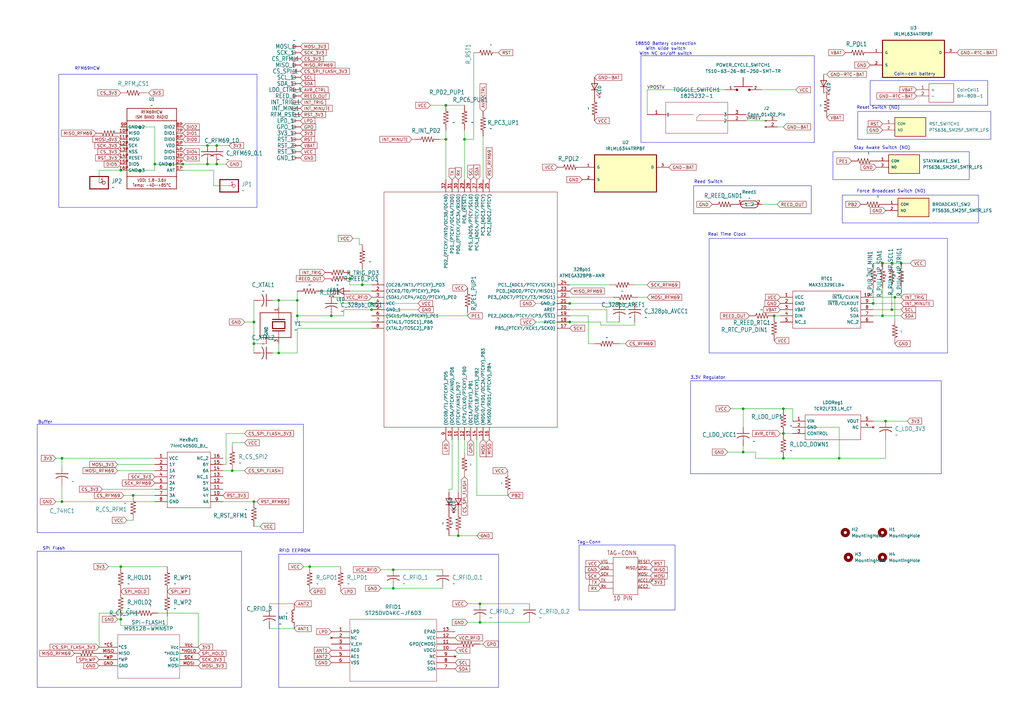
<source format=kicad_sch>
(kicad_sch (version 20231120) (generator "eeschema") (generator_version "8.0")
  (paper "A3")
  (lib_symbols
    (symbol "74HC4050D_BJ_:74HC4050D_BJ_" (pin_names (offset 0.762))
      (property "Reference" "IC" (at 24.13 7.62 0))
      (property "Value" "74HC4050D_BJ_" (at 24.13 5.08 0))
      (symbol "74HC4050D_BJ__0_0"
        (pin passive line (at 0 0 0) (length 5.08) (name "VCC") (number "1"))
        (pin passive line (at 27.94 -15.24 180) (length 5.08) (name "4Y") (number "10"))
        (pin passive line (at 27.94 -12.7 180) (length 5.08) (name "5A") (number "11"))
        (pin passive line (at 27.94 -10.16 180) (length 5.08) (name "5Y") (number "12"))
        (pin passive line (at 27.94 -7.62 180) (length 5.08) (name "NC_1") (number "13"))
        (pin passive line (at 27.94 -5.08 180) (length 5.08) (name "6A") (number "14"))
        (pin passive line (at 27.94 -2.54 180) (length 5.08) (name "6Y") (number "15"))
        (pin passive line (at 27.94 0 180) (length 5.08) (name "NC_2") (number "16"))
        (pin passive line (at 0 -2.54 0) (length 5.08) (name "1Y") (number "2"))
        (pin passive line (at 0 -5.08 0) (length 5.08) (name "1A") (number "3"))
        (pin passive line (at 0 -7.62 0) (length 5.08) (name "2Y") (number "4"))
        (pin passive line (at 0 -10.16 0) (length 5.08) (name "2A") (number "5"))
        (pin passive line (at 0 -12.7 0) (length 5.08) (name "3Y") (number "6"))
        (pin passive line (at 0 -15.24 0) (length 5.08) (name "3A") (number "7"))
        (pin passive line (at 0 -17.78 0) (length 5.08) (name "GND") (number "8"))
        (pin passive line (at 27.94 -17.78 180) (length 5.08) (name "4A") (number "9"))
      )
    )
    (symbol "ATMEGA328PB-ANR:ATMEGA328PB-ANR" (pin_names (offset 0.762))
      (property "Reference" "IC" (at 77.47 43.18 0))
      (property "Value" "ATMEGA328PB-ANR" (at 77.47 40.64 0))
      (symbol "ATMEGA328PB-ANR_0_0"
        (pin passive line (at 0 0 0) (length 5.08) (name "(OC2B/INT1/PTCXY)_PD3") (number "1"))
        (pin passive line (at 33.02 -63.5 90) (length 5.08) (name "(OC0A/PTCXY/AIN0)_PD6") (number "10"))
        (pin passive line (at 35.56 -63.5 90) (length 5.08) (name "(PTCXY/AIN1)_PD7") (number "11"))
        (pin passive line (at 38.1 -63.5 90) (length 5.08) (name "(ICP1/CLKO/PTCXY)_PB0") (number "12"))
        (pin passive line (at 40.64 -63.5 90) (length 5.08) (name "(OC1A/PTCXY)_PB1") (number "13"))
        (pin passive line (at 43.18 -63.5 90) (length 5.08) (name "(~{SS0}/OC1B/PTCXY)_PB2") (number "14"))
        (pin passive line (at 45.72 -63.5 90) (length 5.08) (name "(MOSI0/TXD1/OC2A/PTCXY)_PB3") (number "15"))
        (pin passive line (at 48.26 -63.5 90) (length 5.08) (name "(MISO0/RXD1/PTCXY)_PB4") (number "16"))
        (pin passive line (at 81.28 -17.78 180) (length 5.08) (name "PB5_(PTCXY/XCK1/SCK0)") (number "17"))
        (pin passive line (at 81.28 -15.24 180) (length 5.08) (name "AVCC") (number "18"))
        (pin passive line (at 81.28 -12.7 180) (length 5.08) (name "PE2_(ADC6/PTCY/ICP3/~{SS1})") (number "19"))
        (pin passive line (at 0 -2.54 0) (length 5.08) (name "(XCK0/T0/PTCXY)_PD4") (number "2"))
        (pin passive line (at 81.28 -10.16 180) (length 5.08) (name "AREF") (number "20"))
        (pin passive line (at 81.28 -7.62 180) (length 5.08) (name "GND_2") (number "21"))
        (pin passive line (at 81.28 -5.08 180) (length 5.08) (name "PE3_(ADC7/PTCY/T3/MOSI1)") (number "22"))
        (pin passive line (at 81.28 -2.54 180) (length 5.08) (name "PC0_(ADC0/PTCY/MISO1)") (number "23"))
        (pin passive line (at 81.28 0 180) (length 5.08) (name "PC1_(ADC1/PTCY/SCK1)") (number "24"))
        (pin passive line (at 48.26 43.18 270) (length 5.08) (name "PC2_(ADC2/PTCY)") (number "25"))
        (pin passive line (at 45.72 43.18 270) (length 5.08) (name "PC3_(ADC3/PTCY)") (number "26"))
        (pin passive line (at 43.18 43.18 270) (length 5.08) (name "PC4_(ADC4/PTCY/SDA0)") (number "27"))
        (pin passive line (at 40.64 43.18 270) (length 5.08) (name "PC5_(ADC5/PTCY/SCL0)") (number "28"))
        (pin passive line (at 38.1 43.18 270) (length 5.08) (name "PC6_(~{RESET})") (number "29"))
        (pin passive line (at 0 -5.08 0) (length 5.08) (name "(SDA1/ICP4/ACO/PTCXY)_PE0") (number "3"))
        (pin passive line (at 35.56 43.18 270) (length 5.08) (name "PD0_(PTCXY/OC3A/RXD0)") (number "30"))
        (pin passive line (at 33.02 43.18 270) (length 5.08) (name "PD1_(PTCXY/OC4A/TXD0)") (number "31"))
        (pin passive line (at 30.48 43.18 270) (length 5.08) (name "PD2_(PTCXY/INT0/OC3B/OC4B)") (number "32"))
        (pin passive line (at 0 -7.62 0) (length 5.08) (name "VCC") (number "4"))
        (pin passive line (at 0 -10.16 0) (length 5.08) (name "GND_1") (number "5"))
        (pin passive line (at 0 -12.7 0) (length 5.08) (name "(SCL1/T4/PTCXY)_PE1") (number "6"))
        (pin passive line (at 0 -15.24 0) (length 5.08) (name "(XTAL1/TOSC1)_PB6") (number "7"))
        (pin passive line (at 0 -17.78 0) (length 5.08) (name "(XTAL2/TOSC2)_PB7") (number "8"))
        (pin passive line (at 30.48 -63.5 90) (length 5.08) (name "(OC0B/T1/PTCXY)_PD5") (number "9"))
      )
    )
    (symbol "BH-80B-1:BH-80B-1" (pin_names (offset 0.762))
      (property "Reference" "J" (at 16.51 7.62 0))
      (property "Value" "BH-80B-1" (at 16.51 5.08 0))
      (symbol "BH-80B-1_0_0"
        (pin passive line (at 0 0 0) (length 5.08) (name "+") (number "1"))
        (pin passive line (at 0 -2.54 0) (length 5.08) (name "-") (number "2"))
      )
    )
    (symbol "Connector:Conn_01x02_Pin" (pin_names (offset 1.016) hide)
      (property "Reference" "J" (at 0 2.54 0))
      (property "Value" "Conn_01x02_Pin" (at 0 -5.08 0))
      (symbol "Conn_01x02_Pin_1_1"
        (pin passive line (at 5.08 0 180) (length 3.81) (name "Pin_1") (number "1"))
        (pin passive line (at 5.08 -2.54 180) (length 3.81) (name "Pin_2") (number "2"))
      )
    )
    (symbol "Device:LED" (pin_numbers hide) (pin_names (offset 1.016) hide)
      (property "Reference" "D" (at 0 2.54 0))
      (property "Value" "LED" (at 0 -2.54 0))
      (symbol "LED_1_1"
        (pin passive line (at -3.81 0 0) (length 2.54) (name "K") (number "1"))
        (pin passive line (at 3.81 0 180) (length 2.54) (name "A") (number "2"))
      )
    )
    (symbol "Ishan:IRLML6344TRPBF" (pin_names (offset 1.016))
      (property "Reference" "U" (at -4.7032 7.4998 0))
      (property "Value" "IRLML6344TRPBF" (at -3.8929 -14.6556 0))
      (symbol "IRLML6344TRPBF_0_0"
        (pin input line (at -17.78 0 0) (length 5.08) (name "G") (number "1"))
        (pin passive line (at -17.78 -5.08 0) (length 5.08) (name "S") (number "2"))
        (pin output line (at 17.78 0 180) (length 5.08) (name "D") (number "3"))
      )
    )
    (symbol "Ishan:M95128-WMN6TP" (pin_names (offset 0.254))
      (property "Reference" "U" (at 20.32 10.16 0))
      (property "Value" "M95128-WMN6TP" (at 20.32 7.62 0))
      (symbol "M95128-WMN6TP_1_1"
        (pin unspecified line (at 0 0 0) (length 7.62) (name "*CS") (number "*CS"))
        (pin unspecified line (at 40.64 -2.54 180) (length 7.62) (name "*HOLD") (number "*HOLD"))
        (pin unspecified line (at 0 -5.08 0) (length 7.62) (name "*WP") (number "*WP"))
        (pin power_in line (at 0 -7.62 0) (length 7.62) (name "GND") (number "GND"))
        (pin output line (at 0 -2.54 0) (length 7.62) (name "MISO") (number "MISO"))
        (pin input line (at 40.64 -7.62 180) (length 7.62) (name "MOSI") (number "MOSI"))
        (pin unspecified line (at 40.64 -5.08 180) (length 7.62) (name "SCK") (number "SCK"))
        (pin power_in line (at 40.64 0 180) (length 7.62) (name "Vcc") (number "Vcc"))
      )
    )
    (symbol "Ishan:MDSM-4_15.3mm_Surface_Mount_Reed_Switch"
      (property "Reference" "U" (at 0 0 0))
      (property "Footprint" "ishan:MDSM-4_15.3mm_Surface_Mount_Reed_Switch" (at 0 0 0))
      (symbol "MDSM-4_15.3mm_Surface_Mount_Reed_Switch_1_1"
        (pin passive line (at -5.08 0 0) (length 2.54) (name "1") (number "1"))
        (pin passive line (at 5.08 0 180) (length 2.54) (name "2") (number "2"))
      )
    )
    (symbol "Ishan:MOX_OXLEY_TEST_POINT_S2761-46R"
      (property "Reference" "TP" (at -12.7 0 0))
      (symbol "MOX_OXLEY_TEST_POINT_S2761-46R_1_0"
        (pin passive line (at 0 -2.54 90) (length 2.54) (name "1") (number "1"))
      )
    )
    (symbol "Ishan:NFC_ANTENNA_25X15"
      (property "Reference" "ANT" (at 0 2.54 0))
      (symbol "NFC_ANTENNA_25X15_1_0"
        (pin passive line (at -5.08 0 0) (length 2.54) (name "1") (number "P$1"))
        (pin passive line (at 5.08 0 180) (length 2.54) (name "2") (number "P$2"))
      )
    )
    (symbol "Ishan:PTS636_SM25F_SMTR_LFS" (pin_names (offset 1.016))
      (property "Reference" "J" (at 19.05 7.62 0))
      (property "Value" "PTS636_SM25F_SMTR_LFS" (at 19.05 5.08 0))
      (symbol "PTS636_SM25F_SMTR_LFS_0_0"
        (pin bidirectional line (at 0 0 0) (length 5.08) (name "COM") (number "1"))
        (pin bidirectional line (at 0 -2.54 0) (length 5.08) (name "NO") (number "2"))
      )
    )
    (symbol "Ishan:ST25DV04KC-JF6D3" (pin_names (offset 0.254))
      (property "Reference" "U" (at 25.4 10.16 0))
      (property "Value" "ST25DV04KC-JF6D3" (at 25.4 7.62 0))
      (symbol "ST25DV04KC-JF6D3_1_1"
        (pin input line (at 0 0 0) (length 7.62) (name "LPD") (number "1"))
        (pin power_in line (at 50.8 -7.62 180) (length 7.62) (name "VDCG") (number "10"))
        (pin output line (at 50.8 -5.08 180) (length 7.62) (name "GPO(CMOS)") (number "11"))
        (pin power_in line (at 50.8 -2.54 180) (length 7.62) (name "VCC") (number "12"))
        (pin power_out line (at 50.8 0 180) (length 7.62) (name "EPAD") (number "13"))
        (pin no_connect line (at 0 -2.54 0) (length 7.62) (name "NC") (number "2"))
        (pin output line (at 0 -5.08 0) (length 7.62) (name "V_EH") (number "3"))
        (pin bidirectional line (at 0 -7.62 0) (length 7.62) (name "AC0") (number "4"))
        (pin bidirectional line (at 0 -10.16 0) (length 7.62) (name "AC1") (number "5"))
        (pin power_out line (at 0 -12.7 0) (length 7.62) (name "VSS") (number "6"))
        (pin bidirectional line (at 50.8 -15.24 180) (length 7.62) (name "SDA") (number "7"))
        (pin input line (at 50.8 -12.7 180) (length 7.62) (name "SCL") (number "8"))
        (pin no_connect line (at 50.8 -10.16 180) (length 7.62) (name "NC") (number "9"))
      )
    )
    (symbol "Ishan:TS10-63-26-BE-250-SMT-TR" (pin_names (offset 1.016))
      (property "Reference" "S" (at -5.08 6.35 0))
      (property "Value" "TS10-63-26-BE-250-SMT-TR" (at -5.08 -5.08 0))
      (symbol "TS10-63-26-BE-250-SMT-TR_0_0"
        (pin passive line (at -7.62 0 0) (length 5.08) (name "~") (number "1"))
        (pin passive line (at 7.62 0 180) (length 5.08) (name "~") (number "2"))
      )
    )
    (symbol "MAX31329ELB+:MAX31329ELB+" (pin_names (offset 0.762))
      (property "Reference" "IC" (at 34.29 7.62 0))
      (property "Value" "MAX31329ELB+" (at 34.29 5.08 0))
      (symbol "MAX31329ELB+_0_0"
        (pin passive line (at 0 0 0) (length 5.08) (name "VCC") (number "1"))
        (pin passive line (at 38.1 0 180) (length 5.08) (name "~{INTA}/CLKIN") (number "10"))
        (pin passive line (at 0 -2.54 0) (length 5.08) (name "GND") (number "2"))
        (pin passive line (at 0 -5.08 0) (length 5.08) (name "VBAT") (number "3"))
        (pin passive line (at 0 -7.62 0) (length 5.08) (name "DIN") (number "4"))
        (pin passive line (at 0 -10.16 0) (length 5.08) (name "NC_1") (number "5"))
        (pin passive line (at 38.1 -10.16 180) (length 5.08) (name "NC_2") (number "6"))
        (pin passive line (at 38.1 -7.62 180) (length 5.08) (name "SDA") (number "7"))
        (pin passive line (at 38.1 -5.08 180) (length 5.08) (name "SCL") (number "8"))
        (pin passive line (at 38.1 -2.54 180) (length 5.08) (name "~{INTB}/CLKOUT") (number "9"))
      )
    )
    (symbol "Mechanical:MountingHole" (pin_names (offset 1.016)) (exclude_from_sim yes) (in_bom no)
      (property "Reference" "H" (at 0 5.08 0))
      (property "Value" "MountingHole" (at 0 3.175 0))
    )
    (symbol "SLIDESWITCH:1825232-1" (pin_names (offset 0.254))
      (property "Reference" "SW" (at 20.32 10.16 0))
      (property "Value" "1825232-1" (at 20.32 7.62 0))
      (symbol "1825232-1_1_1"
        (pin unspecified line (at 0 0 0) (length 7.62) (name "1") (number "1"))
        (pin unspecified line (at 40.64 -2.54 180) (length 7.62) (name "2") (number "2"))
        (pin unspecified line (at 40.64 0 180) (length 7.62) (name "3") (number "3"))
      )
    )
    (symbol "TC2050:C-USC0805"
      (property "Reference" "C" (at 1.016 0.635 0))
      (symbol "C-USC0805_1_0"
        (pin passive line (at 0 2.54 270) (length 2.54) (name "1") (number "1"))
        (pin passive line (at 0 -5.08 90) (length 2.54) (name "2") (number "2"))
      )
    )
    (symbol "TC2050:R-US_M0805"
      (property "Reference" "R" (at -3.81 1.4986 0))
      (symbol "R-US_M0805_1_0"
        (pin passive line (at -5.08 0 0) (length 2.54) (name "1") (number "1"))
        (pin passive line (at 5.08 0 180) (length 2.54) (name "2") (number "2"))
      )
    )
    (symbol "TC2050:TC2050-IDC-NL-CUSTOM"
      (symbol "TC2050-IDC-NL-CUSTOM_1_0"
        (text "10 PIN" (at -5.0844 -10.1688 0) (effects (font (size 1.7795 1.5125)) (justify left bottom)))
        (text "ACC1/V" (at 5.08 -2.54 0) (effects (font (size 1.27 1.0795)) (justify left bottom)))
        (text "ACC2" (at 5.08 -5.08 0) (effects (font (size 1.27 1.0795)) (justify left bottom)))
        (text "GND" (at -10.16 2.54 0) (effects (font (size 1.27 1.0795)) (justify left bottom)))
        (text "MISO/UPDI" (at 0 2.54 0) (effects (font (size 1.27 1.0795)) (justify left bottom)))
        (text "MOSI" (at 5.08 0 0) (effects (font (size 1.27 1.0795)) (justify left bottom)))
        (text "RESET" (at 5.08 5.08 0) (effects (font (size 1.27 1.0795)) (justify left bottom)))
        (text "RX" (at -10.16 -5.08 0) (effects (font (size 1.27 1.0795)) (justify left bottom)))
        (text "SCK" (at -10.16 0 0) (effects (font (size 1.27 1.0795)) (justify left bottom)))
        (text "TAG-CONN" (at -7.6213 8.3841 0) (effects (font (size 1.7784 1.5116)) (justify left bottom)))
        (text "TX" (at -10.16 -2.54 0) (effects (font (size 1.27 1.0795)) (justify left bottom)))
        (text "VTG" (at -10.16 5.08 0) (effects (font (size 1.27 1.0795)) (justify left bottom)))
        (pin passive line (at 10.16 -2.54 180) (length 5.08) (name "ACC1/V") (number "ACC1/V"))
        (pin passive line (at 10.16 -5.08 180) (length 5.08) (name "ACC2") (number "ACC2"))
        (pin passive line (at -10.16 2.54 0) (length 5.08) (name "GND") (number "GND"))
        (pin passive line (at 10.16 2.54 180) (length 5.08) (name "MISO/UPDI") (number "MISO/UPDI"))
        (pin passive line (at 10.16 0 180) (length 5.08) (name "MOSI") (number "MOSI"))
        (pin passive line (at 10.16 5.08 180) (length 5.08) (name "RESET") (number "RST"))
        (pin passive line (at -10.16 -5.08 0) (length 5.08) (name "RX") (number "RX"))
        (pin passive line (at -10.16 0 0) (length 5.08) (name "SCK") (number "SCK"))
        (pin passive line (at -10.16 -2.54 0) (length 5.08) (name "TX") (number "TX"))
        (pin passive line (at -10.16 5.08 0) (length 5.08) (name "VTG") (number "VTG"))
      )
    )
    (symbol "TC2050:TSX-3225_16.0000MF18X-AC0"
      (property "Reference" "Y" (at -5.0878 6.3558 0))
      (symbol "TSX-3225_16.0000MF18X-AC0_1_0"
        (pin passive line (at -7.62 0 0) (length 2.54) (name "1") (number "1"))
        (pin power_in line (at 7.62 -5.08 180) (length 2.54) (name "GND") (number "2"))
        (pin passive line (at 7.62 0 180) (length 2.54) (name "2") (number "3"))
        (pin power_in line (at 7.62 -5.08 180) (length 2.54) (name "GND") (number "4"))
      )
    )
    (symbol "TCR2LF33_LM_CT:TCR2LF33,LM_CT" (pin_names (offset 0.762))
      (property "Reference" "IC" (at 29.21 7.62 0))
      (property "Value" "TCR2LF33,LM_CT" (at 29.21 5.08 0))
      (symbol "TCR2LF33,LM_CT_0_0"
        (pin passive line (at 0 0 0) (length 5.08) (name "VIN") (number "1"))
        (pin passive line (at 0 -2.54 0) (length 5.08) (name "GND") (number "2"))
        (pin passive line (at 0 -5.08 0) (length 5.08) (name "CONTROL") (number "3"))
        (pin no_connect line (at 33.02 -2.54 180) (length 5.08) (name "NC") (number "4"))
        (pin passive line (at 33.02 0 180) (length 5.08) (name "VOUT") (number "5"))
      )
    )
    (symbol "adafruit_rfm:HEADER-1X1ROUND"
      (property "Reference" "JP" (at -6.35 3.175 0))
      (symbol "HEADER-1X1ROUND_1_0"
        (pin passive inverted (at -2.54 0 0) (length 2.54) (name "1") (number "1"))
      )
    )
    (symbol "adafruit_rfm:RFM69HCW_SMT"
      (property "Reference" "U" (at -10.16 17.78 0))
      (symbol "RFM69HCW_SMT_1_0"
        (text "RFM69HCW\nISM BAND RADIO" (at 0 12.7 0) (effects (font (size 1.27 1.0795))))
        (text "VDD: 1.8-3.6V\nTemp: -40~~+85°C" (at 0 -15.24 0) (effects (font (size 1.27 1.0795))))
        (pin output line (at -12.7 5.08 0) (length 2.54) (name "MISO") (number "10P"))
        (pin input line (at -12.7 2.54 0) (length 2.54) (name "MOSI") (number "11P"))
        (pin input line (at -12.7 0 0) (length 2.54) (name "SCK") (number "12P"))
        (pin input line (at -12.7 -2.54 0) (length 2.54) (name "NSS") (number "13P"))
        (pin input line (at -12.7 -5.08 0) (length 2.54) (name "RESET") (number "14P"))
        (pin bidirectional line (at -12.7 -7.62 0) (length 2.54) (name "DIO5") (number "15P"))
        (pin power_in line (at -12.7 -10.16 0) (length 2.54) (name "GND@3") (number "16P"))
        (pin bidirectional line (at 12.7 -10.16 180) (length 2.54) (name "ANT") (number "1P"))
        (pin power_in line (at 12.7 -7.62 180) (length 2.54) (name "GND@1") (number "2P"))
        (pin bidirectional line (at 12.7 -5.08 180) (length 2.54) (name "DIO3") (number "3P"))
        (pin bidirectional line (at 12.7 -2.54 180) (length 2.54) (name "DIO4") (number "4P"))
        (pin power_in line (at 12.7 0 180) (length 2.54) (name "VDD") (number "5P"))
        (pin bidirectional line (at 12.7 2.54 180) (length 2.54) (name "DIO0") (number "6P"))
        (pin bidirectional line (at 12.7 5.08 180) (length 2.54) (name "DIO1") (number "7P"))
        (pin bidirectional line (at 12.7 7.62 180) (length 2.54) (name "DIO2") (number "8P"))
        (pin power_in line (at -12.7 7.62 0) (length 2.54) (name "GND@2") (number "9P"))
      )
    )
  )
  (junction (at 161.29 233.68))
  (junction (at 25.4 187.96))
  (junction (at 148.59 116.84))
  (junction (at 321.31 177.8))
  (junction (at 233.68 124.46))
  (junction (at 321.31 187.96))
  (junction (at 114.3 144.78))
  (junction (at 365.76 127))
  (junction (at 196.85 255.27))
  (junction (at 161.29 241.3))
  (junction (at 367.03 121.92))
  (junction (at 88.9 67.31))
  (junction (at 143.51 114.3))
  (junction (at 361.95 129.54))
  (junction (at 104.14 140.97))
  (junction (at 95.25 193.04))
  (junction (at 187.96 219.71))
  (junction (at 127 232.41))
  (junction (at 135.89 129.54))
  (junction (at 317.5 129.54))
  (junction (at 74.93 67.31))
  (junction (at 121.92 123.19))
  (junction (at 88.9 59.69))
  (junction (at 344.17 187.96))
  (junction (at 49.53 254))
  (junction (at 233.68 132.08))
  (junction (at 363.22 172.72))
  (junction (at 304.8 167.64))
  (junction (at 361.95 107.95))
  (junction (at 182.88 57.15))
  (junction (at 104.14 132.08))
  (junction (at 358.14 124.46))
  (junction (at 365.76 107.95))
  (junction (at 152.4 124.46))
  (junction (at 54.61 203.2))
  (junction (at 254 124.46))
  (junction (at 85.09 59.69))
  (junction (at 104.14 205.74))
  (junction (at 190.5 57.15))
  (junction (at 49.53 69.85))
  (junction (at 152.4 127))
  (junction (at 85.09 67.31))
  (junction (at 304.8 185.42))
  (junction (at 49.53 232.41))
  (junction (at 114.3 123.19))
  (junction (at 321.31 167.64))
  (junction (at 182.88 43.18))
  (junction (at 121.92 129.54))
  (junction (at 25.4 205.74))
  (junction (at 63.5 67.31))
  (junction (at 369.57 107.95))
  (junction (at 196.85 247.65))
  (wire (pts (xy 64.77 251.46) (xy 81.28 251.46)))
  (wire (pts (xy 25.4 199.39) (xy 25.4 205.74)))
  (wire (pts (xy 25.4 187.96) (xy 63.5 187.96)))
  (wire (pts (xy 367.03 121.92) (xy 369.57 121.92)))
  (wire (pts (xy 50.8 203.2) (xy 54.61 203.2)))
  (wire (pts (xy 63.5 67.31) (xy 63.5 69.85)))
  (wire (pts (xy 265.43 36.83) (xy 265.43 46.99)))
  (wire (pts (xy 49.53 256.54) (xy 49.53 254)))
  (wire (pts (xy 325.12 167.64) (xy 325.12 172.72)))
  (wire (pts (xy 248.92 132.08) (xy 248.92 127)))
  (wire (pts (xy 22.86 205.74) (xy 25.4 205.74)))
  (wire (pts (xy 109.22 140.97) (xy 104.14 140.97)))
  (wire (pts (xy 184.15 200.66) (xy 185.42 200.66)))
  (wire (pts (xy 321.31 177.8) (xy 325.12 177.8)))
  (wire (pts (xy 344.17 187.96) (xy 363.22 187.96)))
  (wire (pts (xy 185.42 200.66) (xy 185.42 180.34)))
  (wire (pts (xy 40.64 69.85) (xy 49.53 69.85)))
  (wire (pts (xy 298.45 185.42) (xy 304.8 185.42)))
  (wire (pts (xy 309.88 187.96) (xy 321.31 187.96)))
  (wire (pts (xy 132.08 119.38) (xy 135.89 119.38)))
  (wire (pts (xy 104.14 123.19) (xy 104.14 132.08)))
  (wire (pts (xy 358.14 127) (xy 365.76 127)))
  (wire (pts (xy 25.4 187.96) (xy 22.86 187.96)))
  (wire (pts (xy 41.91 200.66) (xy 63.5 200.66)))
  (wire (pts (xy 110.49 250.19) (xy 110.49 247.65)))
  (wire (pts (xy 40.64 74.93) (xy 40.64 69.85)))
  (wire (pts (xy 63.5 52.07) (xy 63.5 67.31)))
  (wire (pts (xy 219.71 132.08) (xy 233.68 132.08)))
  (wire (pts (xy 182.88 57.15) (xy 182.88 73.66)))
  (wire (pts (xy 358.14 107.95) (xy 361.95 107.95)))
  (wire (pts (xy 326.39 36.83) (xy 312.42 36.83)))
  (wire (pts (xy 49.53 256.54) (xy 68.58 256.54)))
  (wire (pts (xy 152.4 134.62) (xy 121.92 134.62)))
  (wire (pts (xy 143.51 119.38) (xy 152.4 119.38)))
  (wire (pts (xy 143.51 114.3) (xy 143.51 116.84)))
  (wire (pts (xy 95.25 181.61) (xy 100.33 181.61)))
  (wire (pts (xy 54.61 203.2) (xy 63.5 203.2)))
  (wire (pts (xy 194.31 57.15) (xy 190.5 57.15)))
  (wire (pts (xy 52.07 213.36) (xy 54.61 213.36)))
  (wire (pts (xy 140.97 127) (xy 152.4 127)))
  (wire (pts (xy 104.14 140.97) (xy 104.14 144.78)))
  (wire (pts (xy 100.33 132.08) (xy 104.14 132.08)))
  (wire (pts (xy 148.59 110.49) (xy 148.59 116.84)))
  (wire (pts (xy 152.4 132.08) (xy 121.92 132.08)))
  (wire (pts (xy 320.04 177.8) (xy 321.31 177.8)))
  (wire (pts (xy 363.22 172.72) (xy 372.11 172.72)))
  (wire (pts (xy 152.4 129.54) (xy 191.77 129.54)))
  (wire (pts (xy 114.3 123.19) (xy 114.3 125.73)))
  (wire (pts (xy 48.26 193.04) (xy 63.5 193.04)))
  (wire (pts (xy 337.82 30.48) (xy 339.09 30.48)))
  (wire (pts (xy 91.44 193.04) (xy 95.25 193.04)))
  (wire (pts (xy 127 232.41) (xy 139.7 232.41)))
  (wire (pts (xy 304.8 185.42) (xy 304.8 182.88)))
  (wire (pts (xy 121.92 134.62) (xy 121.92 144.78)))
  (wire (pts (xy 304.8 167.64) (xy 304.8 175.26)))
  (wire (pts (xy 256.54 140.97) (xy 254 140.97)))
  (wire (pts (xy 306.07 49.53) (xy 318.77 49.53)))
  (wire (pts (xy 121.92 119.38) (xy 121.92 123.19)))
  (wire (pts (xy 74.93 67.31) (xy 85.09 67.31)))
  (wire (pts (xy 260.35 133.35) (xy 246.38 133.35)))
  (wire (pts (xy 63.5 67.31) (xy 74.93 67.31)))
  (wire (pts (xy 361.95 129.54) (xy 369.57 129.54)))
  (wire (pts (xy 251.46 121.92) (xy 233.68 121.92)))
  (wire (pts (xy 156.21 241.3) (xy 161.29 241.3)))
  (wire (pts (xy 54.61 251.46) (xy 40.64 251.46)))
  (wire (pts (xy 121.92 132.08) (xy 121.92 129.54)))
  (wire (pts (xy 110.49 257.81) (xy 120.65 257.81)))
  (wire (pts (xy 361.95 118.11) (xy 361.95 129.54)))
  (wire (pts (xy 114.3 123.19) (xy 121.92 123.19)))
  (wire (pts (xy 363.22 172.72) (xy 358.14 172.72)))
  (wire (pts (xy 365.76 127) (xy 369.57 127)))
  (wire (pts (xy 104.14 132.08) (xy 104.14 140.97)))
  (wire (pts (xy 190.5 53.34) (xy 190.5 57.15)))
  (wire (pts (xy 325.12 175.26) (xy 344.17 175.26)))
  (wire (pts (xy 246.38 133.35) (xy 246.38 132.08)))
  (wire (pts (xy 25.4 205.74) (xy 63.5 205.74)))
  (wire (pts (xy 182.88 53.34) (xy 182.88 57.15)))
  (wire (pts (xy 358.14 118.11) (xy 358.14 124.46)))
  (wire (pts (xy 297.18 36.83) (xy 265.43 36.83)))
  (wire (pts (xy 304.8 167.64) (xy 321.31 167.64)))
  (wire (pts (xy 95.25 193.04) (xy 100.33 193.04)))
  (wire (pts (xy 365.76 107.95) (xy 369.57 107.95)))
  (wire (pts (xy 124.46 232.41) (xy 127 232.41)))
  (wire (pts (xy 147.32 100.33) (xy 148.59 100.33)))
  (wire (pts (xy 250.19 116.84) (xy 233.68 116.84)))
  (wire (pts (xy 152.4 124.46) (xy 171.45 124.46)))
  (wire (pts (xy 194.31 21.59) (xy 194.31 57.15)))
  (wire (pts (xy 74.93 59.69) (xy 85.09 59.69)))
  (wire (pts (xy 106.68 215.9) (xy 104.14 215.9)))
  (wire (pts (xy 219.71 124.46) (xy 233.68 124.46)))
  (wire (pts (xy 110.49 247.65) (xy 120.65 247.65)))
  (wire (pts (xy 60.96 38.1) (xy 59.69 38.1)))
  (wire (pts (xy 180.34 57.15) (xy 182.88 57.15)))
  (wire (pts (xy 198.12 55.88) (xy 198.12 73.66)))
  (wire (pts (xy 196.85 255.27) (xy 217.17 255.27)))
  (wire (pts (xy 156.21 233.68) (xy 161.29 233.68)))
  (wire (pts (xy 358.14 129.54) (xy 361.95 129.54)))
  (wire (pts (xy 369.57 118.11) (xy 369.57 121.92)))
  (wire (pts (xy 233.68 132.08) (xy 246.38 132.08)))
  (wire (pts (xy 190.5 57.15) (xy 190.5 73.66)))
  (wire (pts (xy 168.91 57.15) (xy 170.18 57.15)))
  (wire (pts (xy 191.77 247.65) (xy 196.85 247.65)))
  (wire (pts (xy 182.88 43.18) (xy 190.5 43.18)))
  (wire (pts (xy 44.45 232.41) (xy 49.53 232.41)))
  (wire (pts (xy 139.7 124.46) (xy 139.7 121.92)))
  (wire (pts (xy 187.96 219.71) (xy 199.39 219.71)))
  (wire (pts (xy 361.95 107.95) (xy 365.76 107.95)))
  (wire (pts (xy 87.63 76.2) (xy 87.63 69.85)))
  (wire (pts (xy 114.3 144.78) (xy 114.3 140.97)))
  (wire (pts (xy 260.35 132.08) (xy 260.35 133.35)))
  (wire (pts (xy 265.43 121.92) (xy 261.62 121.92)))
  (wire (pts (xy 93.98 76.2) (xy 87.63 76.2)))
  (wire (pts (xy 95.25 181.61) (xy 95.25 182.88)))
  (wire (pts (xy 344.17 175.26) (xy 344.17 187.96)))
  (wire (pts (xy 25.4 187.96) (xy 25.4 191.77)))
  (wire (pts (xy 91.44 205.74) (xy 104.14 205.74)))
  (wire (pts (xy 358.14 121.92) (xy 367.03 121.92)))
  (wire (pts (xy 92.71 190.5) (xy 91.44 190.5)))
  (wire (pts (xy 321.31 187.96) (xy 344.17 187.96)))
  (wire (pts (xy 147.32 100.33) (xy 147.32 97.79)))
  (wire (pts (xy 369.57 107.95) (xy 373.38 107.95)))
  (wire (pts (xy 104.14 205.74) (xy 105.41 205.74)))
  (wire (pts (xy 74.93 69.85) (xy 87.63 69.85)))
  (wire (pts (xy 176.53 43.18) (xy 182.88 43.18)))
  (wire (pts (xy 49.53 254) (xy 49.53 252.73)))
  (wire (pts (xy 191.77 129.54) (xy 191.77 128.27)))
  (wire (pts (xy 254 132.08) (xy 248.92 132.08)))
  (wire (pts (xy 195.58 203.2) (xy 208.28 203.2)))
  (wire (pts (xy 191.77 255.27) (xy 196.85 255.27)))
  (wire (pts (xy 139.7 124.46) (xy 152.4 124.46)))
  (wire (pts (xy 241.3 140.97) (xy 241.3 129.54)))
  (wire (pts (xy 111.76 144.78) (xy 114.3 144.78)))
  (wire (pts (xy 49.53 52.07) (xy 63.5 52.07)))
  (wire (pts (xy 299.72 167.64) (xy 304.8 167.64)))
  (wire (pts (xy 187.96 180.34) (xy 187.96 201.93)))
  (wire (pts (xy 369.57 124.46) (xy 358.14 124.46)))
  (wire (pts (xy 198.12 264.16) (xy 196.85 264.16)))
  (wire (pts (xy 147.32 97.79) (xy 144.78 97.79)))
  (wire (pts (xy 321.31 167.64) (xy 325.12 167.64)))
  (wire (pts (xy 100.33 177.8) (xy 92.71 177.8)))
  (wire (pts (xy 85.09 67.31) (xy 88.9 67.31)))
  (wire (pts (xy 68.58 256.54) (xy 68.58 252.73)))
  (wire (pts (xy 121.92 123.19) (xy 121.92 129.54)))
  (wire (pts (xy 233.68 124.46) (xy 254 124.46)))
  (wire (pts (xy 265.43 116.84) (xy 260.35 116.84)))
  (wire (pts (xy 135.89 121.92) (xy 139.7 121.92)))
  (wire (pts (xy 317.5 129.54) (xy 320.04 129.54)))
  (wire (pts (xy 196.85 247.65) (xy 217.17 247.65)))
  (wire (pts (xy 190.5 185.42) (xy 190.5 180.34)))
  (wire (pts (xy 48.26 254) (xy 49.53 254)))
  (wire (pts (xy 312.42 83.82) (xy 318.77 83.82)))
  (wire (pts (xy 49.53 69.85) (xy 63.5 69.85)))
  (wire (pts (xy 161.29 241.3) (xy 181.61 241.3)))
  (wire (pts (xy 243.84 140.97) (xy 241.3 140.97)))
  (wire (pts (xy 140.97 129.54) (xy 135.89 129.54)))
  (wire (pts (xy 85.09 59.69) (xy 88.9 59.69)))
  (wire (pts (xy 309.88 187.96) (xy 309.88 185.42)))
  (wire (pts (xy 184.15 201.93) (xy 184.15 200.66)))
  (wire (pts (xy 152.4 127) (xy 171.45 127)))
  (wire (pts (xy 184.15 219.71) (xy 187.96 219.71)))
  (wire (pts (xy 121.92 144.78) (xy 114.3 144.78)))
  (wire (pts (xy 88.9 59.69) (xy 93.98 59.69)))
  (wire (pts (xy 161.29 233.68) (xy 181.61 233.68)))
  (wire (pts (xy 254 124.46) (xy 260.35 124.46)))
  (wire (pts (xy 367.03 130.81) (xy 367.03 121.92)))
  (wire (pts (xy 92.71 177.8) (xy 92.71 190.5)))
  (wire (pts (xy 49.53 232.41) (xy 68.58 232.41)))
  (wire (pts (xy 81.28 251.46) (xy 81.28 265.43)))
  (wire (pts (xy 363.22 187.96) (xy 363.22 180.34)))
  (wire (pts (xy 241.3 129.54) (xy 233.68 129.54)))
  (wire (pts (xy 40.64 251.46) (xy 40.64 265.43)))
  (wire (pts (xy 111.76 123.19) (xy 114.3 123.19)))
  (wire (pts (xy 48.26 190.5) (xy 63.5 190.5)))
  (wire (pts (xy 143.51 111.76) (xy 143.51 114.3)))
  (wire (pts (xy 195.58 180.34) (xy 195.58 203.2)))
  (wire (pts (xy 365.76 118.11) (xy 365.76 127)))
  (wire (pts (xy 248.92 127) (xy 233.68 127)))
  (wire (pts (xy 88.9 67.31) (xy 92.71 67.31)))
  (wire (pts (xy 304.8 185.42) (xy 309.88 185.42)))
  (wire (pts (xy 318.77 52.07) (xy 321.31 52.07)))
  (wire (pts (xy 140.97 127) (xy 140.97 129.54)))
  (wire (pts (xy 121.92 129.54) (xy 135.89 129.54)))
  (wire (pts (xy 337.82 38.1) (xy 339.09 38.1)))
  (wire (pts (xy 143.51 116.84) (xy 148.59 116.84)))
  (wire (pts (xy 148.59 116.84) (xy 152.4 116.84)))
  (rectangle (start 283.21 156.21) (end 386.08 194.31))
  (rectangle (start 356.87 33.02) (end 405.13 43.18))
  (rectangle (start 351.79 45.72) (end 406.4 57.15))
  (rectangle (start 24.13 30.48) (end 105.41 85.09))
  (rectangle (start 290.83 97.79) (end 388.62 144.78))
  (rectangle (start 284.48 76.2) (end 332.74 87.63))
  (rectangle (start 15.24 226.06) (end 99.06 281.94))
  (rectangle (start 341.63 62.23) (end 397.51 73.66))
  (rectangle (start 345.44 80.01) (end 401.32 91.44))
  (rectangle (start 114.3 227.33) (end 204.47 281.94))
  (rectangle (start 262.89 22.86) (end 334.01 58.42))
  (rectangle (start 237.49 223.52) (end 276.86 250.19))
  (rectangle (start 15.24 173.99) (end 124.46 218.44))
  (text "RFID EEPROM" (at 120.904 226.06 0) (effects (font (size 1.27 1.27))))
  (text "RFM69HCW" (at 35.814 28.194 0) (effects (font (size 1.27 1.27))))
  (text "Tag-Conn" (at 241.554 222.504 0) (effects (font (size 1.27 1.27))))
  (text "Force Broadcast Switch (NO)\n" (at 365.506 78.486 0) (effects (font (size 1.27 1.27))))
  (text "Buffer" (at 18.542 173.228 0) (effects (font (size 1.27 1.27))))
  (text "Reset Switch (NO)" (at 360.172 44.196 0) (effects (font (size 1.27 1.27))))
  (text "Real Time Clock" (at 298.196 96.266 0) (effects (font (size 1.27 1.27))))
  (text "Coin-cell battery" (at 375.158 30.48 0) (effects (font (size 1.27 1.27))))
  (text "SPI Flash" (at 22.098 225.044 0) (effects (font (size 1.27 1.27))))
  (text "18650 Battery connection\nWith slide switch\nWith NC on/off switch\n	" (at 273.05 21.082 0) (effects (font (size 1.27 1.27))))
  (text "Reed Switch" (at 290.576 74.676 0) (effects (font (size 1.27 1.27))))
  (text "3.3V Regulator" (at 290.322 154.94 0) (effects (font (size 1.27 1.27))))
  (text "Stay Awake Switch (NO)" (at 361.696 60.706 0) (effects (font (size 1.27 1.27))))
  (label "VPOSTV" (at 265.43 36.83 0))
  (label "VPREV" (at 306.07 49.53 0))
  (global_label "GND-RTC-BAT" (shape input) (at 339.09 30.48 0) (property "Intersheetrefs" "${INTERSHEET_REFS}" (effects (hide yes))))
  (global_label "MISO_RFM69" (shape input) (at 123.19 26.67 0) (property "Intersheetrefs" "${INTERSHEET_REFS}" (effects (hide yes))))
  (global_label "GND" (shape input) (at 40.64 273.05 180) (property "Intersheetrefs" "${INTERSHEET_REFS}" (effects (hide yes))))
  (global_label "GPO" (shape input) (at 198.12 264.16 0) (property "Intersheetrefs" "${INTERSHEET_REFS}" (effects (hide yes))))
  (global_label "VCC_RFID" (shape input) (at 156.21 233.68 180) (property "Intersheetrefs" "${INTERSHEET_REFS}" (effects (hide yes))))
  (global_label "DIO4" (shape input) (at 74.93 62.23 0) (property "Intersheetrefs" "${INTERSHEET_REFS}" (effects (hide yes))))
  (global_label "RST" (shape input) (at 123.19 57.15 0) (property "Intersheetrefs" "${INTERSHEET_REFS}" (effects (hide yes))))
  (global_label "GND" (shape input) (at 22.86 205.74 180) (property "Intersheetrefs" "${INTERSHEET_REFS}" (effects (hide yes))))
  (global_label "SCL" (shape input) (at 186.69 271.78 0) (property "Intersheetrefs" "${INTERSHEET_REFS}" (effects (hide yes))))
  (global_label "MISO_RFM69" (shape input) (at 39.37 54.61 180) (property "Intersheetrefs" "${INTERSHEET_REFS}" (effects (hide yes))))
  (global_label "INT_MINUTE" (shape input) (at 168.91 57.15 180) (property "Intersheetrefs" "${INTERSHEET_REFS}" (effects (hide yes))))
  (global_label "CS_3V3" (shape input) (at 123.19 24.13 0) (property "Intersheetrefs" "${INTERSHEET_REFS}" (effects (hide yes))))
  (global_label "SCL" (shape input) (at 193.04 73.66 90) (property "Intersheetrefs" "${INTERSHEET_REFS}" (effects (hide yes))))
  (global_label "MISO_RFM69" (shape input) (at 30.48 267.97 180) (property "Intersheetrefs" "${INTERSHEET_REFS}" (effects (hide yes))))
  (global_label "SCK" (shape input) (at 233.68 134.62 0) (property "Intersheetrefs" "${INTERSHEET_REFS}" (effects (hide yes))))
  (global_label "VCC" (shape input) (at 171.45 124.46 0) (property "Intersheetrefs" "${INTERSHEET_REFS}" (effects (hide yes))))
  (global_label "GND-BAT" (shape input) (at 243.84 31.75 0) (property "Intersheetrefs" "${INTERSHEET_REFS}" (effects (hide yes))))
  (global_label "GND" (shape input) (at 359.41 68.58 180) (property "Intersheetrefs" "${INTERSHEET_REFS}" (effects (hide yes))))
  (global_label "RST" (shape input) (at 266.7 231.14 0) (property "Intersheetrefs" "${INTERSHEET_REFS}" (effects (hide yes))))
  (global_label "VCC_RFID" (shape input) (at 186.69 261.62 0) (property "Intersheetrefs" "${INTERSHEET_REFS}" (effects (hide yes))))
  (global_label "INT_MINUTE" (shape input) (at 123.19 44.45 0) (property "Intersheetrefs" "${INTERSHEET_REFS}" (effects (hide yes))))
  (global_label "GND-RTC-BAT" (shape input) (at 375.92 39.37 180) (property "Intersheetrefs" "${INTERSHEET_REFS}" (effects (hide yes))))
  (global_label "GND" (shape input) (at 135.89 271.78 180) (property "Intersheetrefs" "${INTERSHEET_REFS}" (effects (hide yes))))
  (global_label "PB2" (shape input) (at 208.28 203.2 0) (property "Intersheetrefs" "${INTERSHEET_REFS}" (effects (hide yes))))
  (global_label "GPO" (shape input) (at 127 242.57 0) (property "Intersheetrefs" "${INTERSHEET_REFS}" (effects (hide yes))))
  (global_label "3V3" (shape input) (at 60.96 38.1 0) (property "Intersheetrefs" "${INTERSHEET_REFS}" (effects (hide yes))))
  (global_label "CS_RFM69" (shape input) (at 256.54 140.97 0) (property "Intersheetrefs" "${INTERSHEET_REFS}" (effects (hide yes))))
  (global_label "DIO5" (shape input) (at 49.53 67.31 180) (property "Intersheetrefs" "${INTERSHEET_REFS}" (effects (hide yes))))
  (global_label "CS_SPI_FLASH_3V3" (shape input) (at 123.19 29.21 0) (property "Intersheetrefs" "${INTERSHEET_REFS}" (effects (hide yes))))
  (global_label "REED_OUT" (shape input) (at 318.77 83.82 0) (property "Intersheetrefs" "${INTERSHEET_REFS}" (effects (hide yes))))
  (global_label "SPI_HOLD" (shape input) (at 81.28 267.97 0) (property "Intersheetrefs" "${INTERSHEET_REFS}" (effects (hide yes))))
  (global_label "DIO2" (shape input) (at 74.93 52.07 0) (property "Intersheetrefs" "${INTERSHEET_REFS}" (effects (hide yes))))
  (global_label "CS_SPI_FLASH" (shape input) (at 190.5 195.58 270) (property "Intersheetrefs" "${INTERSHEET_REFS}" (effects (hide yes))))
  (global_label "VBAT" (shape input) (at 339.09 48.26 0) (property "Intersheetrefs" "${INTERSHEET_REFS}" (effects (hide yes))))
  (global_label "SCK_RFM69" (shape input) (at 265.43 116.84 0) (property "Intersheetrefs" "${INTERSHEET_REFS}" (effects (hide yes))))
  (global_label "SDA" (shape input) (at 369.57 129.54 0) (property "Intersheetrefs" "${INTERSHEET_REFS}" (effects (hide yes))))
  (global_label "RST" (shape input) (at 361.95 50.8 180) (property "Intersheetrefs" "${INTERSHEET_REFS}" (effects (hide yes))))
  (global_label "SDA" (shape input) (at 195.58 73.66 90) (property "Intersheetrefs" "${INTERSHEET_REFS}" (effects (hide yes))))
  (global_label "CS_3V3" (shape input) (at 41.91 200.66 180) (property "Intersheetrefs" "${INTERSHEET_REFS}" (effects (hide yes))))
  (global_label "VBAT" (shape input) (at 320.04 127 180) (property "Intersheetrefs" "${INTERSHEET_REFS}" (effects (hide yes))))
  (global_label "VCC" (shape input) (at 124.46 232.41 180) (property "Intersheetrefs" "${INTERSHEET_REFS}" (effects (hide yes))))
  (global_label "GND" (shape input) (at 356.87 26.67 180) (property "Intersheetrefs" "${INTERSHEET_REFS}" (effects (hide yes))))
  (global_label "GND" (shape input) (at 48.26 254 180) (property "Intersheetrefs" "${INTERSHEET_REFS}" (effects (hide yes))))
  (global_label "VCC" (shape input) (at 228.6 68.58 180) (property "Intersheetrefs" "${INTERSHEET_REFS}" (effects (hide yes))))
  (global_label "VCC_RFID" (shape input) (at 152.4 121.92 180) (property "Intersheetrefs" "${INTERSHEET_REFS}" (effects (hide yes))))
  (global_label "MOSI_3V3" (shape input) (at 81.28 273.05 0) (property "Intersheetrefs" "${INTERSHEET_REFS}" (effects (hide yes))))
  (global_label "SDA" (shape input) (at 123.19 34.29 0) (property "Intersheetrefs" "${INTERSHEET_REFS}" (effects (hide yes))))
  (global_label "MISO_RFM69" (shape input) (at 233.68 119.38 0) (property "Intersheetrefs" "${INTERSHEET_REFS}" (effects (hide yes))))
  (global_label "RST_3V3" (shape input) (at 123.19 46.99 0) (property "Intersheetrefs" "${INTERSHEET_REFS}" (effects (hide yes))))
  (global_label "RST_RFM69" (shape input) (at 105.41 205.74 0) (property "Intersheetrefs" "${INTERSHEET_REFS}" (effects (hide yes))))
  (global_label "MOSI_3V3" (shape input) (at 123.19 19.05 0) (property "Intersheetrefs" "${INTERSHEET_REFS}" (effects (hide yes))))
  (global_label "SCL" (shape input) (at 123.19 31.75 0) (property "Intersheetrefs" "${INTERSHEET_REFS}" (effects (hide yes))))
  (global_label "MOSI" (shape input) (at 198.12 180.34 270) (property "Intersheetrefs" "${INTERSHEET_REFS}" (effects (hide yes))))
  (global_label "AVR_CTRL" (shape input) (at 198.12 45.72 90) (property "Intersheetrefs" "${INTERSHEET_REFS}" (effects (hide yes))))
  (global_label "3V3" (shape input) (at 266.7 238.76 0) (property "Intersheetrefs" "${INTERSHEET_REFS}" (effects (hide yes))))
  (global_label "RST" (shape input) (at 204.47 21.59 0) (property "Intersheetrefs" "${INTERSHEET_REFS}" (effects (hide yes))))
  (global_label "VCC" (shape input) (at 219.71 132.08 180) (property "Intersheetrefs" "${INTERSHEET_REFS}" (effects (hide yes))))
  (global_label "VCC" (shape input) (at 299.72 167.64 180) (property "Intersheetrefs" "${INTERSHEET_REFS}" (effects (hide yes))))
  (global_label "PB2" (shape input) (at 353.06 83.82 180) (property "Intersheetrefs" "${INTERSHEET_REFS}" (effects (hide yes))))
  (global_label "LPD" (shape input) (at 182.88 180.34 270) (property "Intersheetrefs" "${INTERSHEET_REFS}" (effects (hide yes))))
  (global_label "3V3" (shape input) (at 93.98 59.69 0) (property "Intersheetrefs" "${INTERSHEET_REFS}" (effects (hide yes))))
  (global_label "MOSI_3V3" (shape input) (at 48.26 190.5 180) (property "Intersheetrefs" "${INTERSHEET_REFS}" (effects (hide yes))))
  (global_label "VCC" (shape input) (at 373.38 107.95 0) (property "Intersheetrefs" "${INTERSHEET_REFS}" (effects (hide yes))))
  (global_label "INT_TRIG" (shape input) (at 133.35 111.76 180) (property "Intersheetrefs" "${INTERSHEET_REFS}" (effects (hide yes))))
  (global_label "GND" (shape input) (at 171.45 127 0) (property "Intersheetrefs" "${INTERSHEET_REFS}" (effects (hide yes))))
  (global_label "VCC" (shape input) (at 52.07 213.36 180) (property "Intersheetrefs" "${INTERSHEET_REFS}" (effects (hide yes))))
  (global_label "VCC" (shape input) (at 317.5 139.7 0) (property "Intersheetrefs" "${INTERSHEET_REFS}" (effects (hide yes))))
  (global_label "GND" (shape input) (at 123.19 64.77 0) (property "Intersheetrefs" "${INTERSHEET_REFS}" (effects (hide yes))))
  (global_label "CS_SPI_FLASH_3V3" (shape input) (at 100.33 177.8 0) (property "Intersheetrefs" "${INTERSHEET_REFS}" (effects (hide yes))))
  (global_label "3V3" (shape input) (at 81.28 265.43 0) (property "Intersheetrefs" "${INTERSHEET_REFS}" (effects (hide yes))))
  (global_label "DIO1" (shape input) (at 74.93 54.61 0) (property "Intersheetrefs" "${INTERSHEET_REFS}" (effects (hide yes))))
  (global_label "GND" (shape input) (at 363.22 86.36 180) (property "Intersheetrefs" "${INTERSHEET_REFS}" (effects (hide yes))))
  (global_label "ANT2" (shape input) (at 135.89 269.24 180) (property "Intersheetrefs" "${INTERSHEET_REFS}" (effects (hide yes))))
  (global_label "CS_RFM69" (shape input) (at 50.8 203.2 180) (property "Intersheetrefs" "${INTERSHEET_REFS}" (effects (hide yes))))
  (global_label "AVR_CTRL" (shape input) (at 320.04 177.8 180) (property "Intersheetrefs" "${INTERSHEET_REFS}" (effects (hide yes))))
  (global_label "LPD" (shape input) (at 139.7 242.57 0) (property "Intersheetrefs" "${INTERSHEET_REFS}" (effects (hide yes))))
  (global_label "ANT2" (shape input) (at 120.65 247.65 0) (property "Intersheetrefs" "${INTERSHEET_REFS}" (effects (hide yes))))
  (global_label "SDA" (shape input) (at 186.69 274.32 0) (property "Intersheetrefs" "${INTERSHEET_REFS}" (effects (hide yes))))
  (global_label "GND-BAT" (shape input) (at 274.32 68.58 0) (property "Intersheetrefs" "${INTERSHEET_REFS}" (effects (hide yes))))
  (global_label "VBAT" (shape input) (at 375.92 36.83 180) (property "Intersheetrefs" "${INTERSHEET_REFS}" (effects (hide yes))))
  (global_label "SCL" (shape input) (at 369.57 127 0) (property "Intersheetrefs" "${INTERSHEET_REFS}" (effects (hide yes))))
  (global_label "MOSI_3V3" (shape input) (at 49.53 57.15 180) (property "Intersheetrefs" "${INTERSHEET_REFS}" (effects (hide yes))))
  (global_label "INT_TRIG" (shape input) (at 123.19 41.91 0) (property "Intersheetrefs" "${INTERSHEET_REFS}" (effects (hide yes))))
  (global_label "MISO" (shape input) (at 266.7 233.68 0) (property "Intersheetrefs" "${INTERSHEET_REFS}" (effects (hide yes))))
  (global_label "LPD" (shape input) (at 123.19 49.53 0) (property "Intersheetrefs" "${INTERSHEET_REFS}" (effects (hide yes))))
  (global_label "3V3" (shape input) (at 372.11 172.72 0) (property "Intersheetrefs" "${INTERSHEET_REFS}" (effects (hide yes))))
  (global_label "GND" (shape input) (at 238.76 73.66 180) (property "Intersheetrefs" "${INTERSHEET_REFS}" (effects (hide yes))))
  (global_label "SPI_WP" (shape input) (at 68.58 242.57 0) (property "Intersheetrefs" "${INTERSHEET_REFS}" (effects (hide yes))))
  (global_label "MOSI_RFM69" (shape input) (at 48.26 193.04 180) (property "Intersheetrefs" "${INTERSHEET_REFS}" (effects (hide yes))))
  (global_label "GND" (shape input) (at 191.77 255.27 180) (property "Intersheetrefs" "${INTERSHEET_REFS}" (effects (hide yes))))
  (global_label "TX" (shape input) (at 246.38 238.76 180) (property "Intersheetrefs" "${INTERSHEET_REFS}" (effects (hide yes))))
  (global_label "VCC" (shape input) (at 144.78 97.79 180) (property "Intersheetrefs" "${INTERSHEET_REFS}" (effects (hide yes))))
  (global_label "VCC" (shape input) (at 191.77 118.11 180) (property "Intersheetrefs" "${INTERSHEET_REFS}" (effects (hide yes))))
  (global_label "GND" (shape input) (at 320.04 124.46 180) (property "Intersheetrefs" "${INTERSHEET_REFS}" (effects (hide yes))))
  (global_label "CS_3V3" (shape input) (at 49.53 38.1 180) (property "Intersheetrefs" "${INTERSHEET_REFS}" (effects (hide yes))))
  (global_label "GND" (shape input) (at 361.95 53.34 180) (property "Intersheetrefs" "${INTERSHEET_REFS}" (effects (hide yes))))
  (global_label "GND" (shape input) (at 246.38 233.68 180) (property "Intersheetrefs" "${INTERSHEET_REFS}" (effects (hide yes))))
  (global_label "MISO" (shape input) (at 200.66 180.34 270) (property "Intersheetrefs" "${INTERSHEET_REFS}" (effects (hide yes))))
  (global_label "CS_SPI_FLASH_3V3" (shape input) (at 40.64 265.43 180) (property "Intersheetrefs" "${INTERSHEET_REFS}" (effects (hide yes))))
  (global_label "SCK_3V3" (shape input) (at 123.19 21.59 0) (property "Intersheetrefs" "${INTERSHEET_REFS}" (effects (hide yes))))
  (global_label "SPI_WP" (shape input) (at 40.64 270.51 180) (property "Intersheetrefs" "${INTERSHEET_REFS}" (effects (hide yes))))
  (global_label "3V3" (shape input) (at 123.19 54.61 0) (property "Intersheetrefs" "${INTERSHEET_REFS}" (effects (hide yes))))
  (global_label "GND" (shape input) (at 298.45 185.42 180) (property "Intersheetrefs" "${INTERSHEET_REFS}" (effects (hide yes))))
  (global_label "GND-BAT" (shape input) (at 321.31 52.07 0) (property "Intersheetrefs" "${INTERSHEET_REFS}" (effects (hide yes))))
  (global_label "LPD" (shape input) (at 135.89 259.08 180) (property "Intersheetrefs" "${INTERSHEET_REFS}" (effects (hide yes))))
  (global_label "VCC" (shape input) (at 246.38 231.14 180) (property "Intersheetrefs" "${INTERSHEET_REFS}" (effects (hide yes))))
  (global_label "REED_OUT" (shape input) (at 123.19 39.37 0) (property "Intersheetrefs" "${INTERSHEET_REFS}" (effects (hide yes))))
  (global_label "INT_TRIG" (shape input) (at 369.57 121.92 0) (property "Intersheetrefs" "${INTERSHEET_REFS}" (effects (hide yes))))
  (global_label "CS_3V3" (shape input) (at 49.53 62.23 180) (property "Intersheetrefs" "${INTERSHEET_REFS}" (effects (hide yes))))
  (global_label "RX" (shape input) (at 246.38 241.3 180) (property "Intersheetrefs" "${INTERSHEET_REFS}" (effects (hide yes))))
  (global_label "SCK_RFM69" (shape input) (at 63.5 198.12 180) (property "Intersheetrefs" "${INTERSHEET_REFS}" (effects (hide yes))))
  (global_label "PE1" (shape input) (at 191.77 129.54 0) (property "Intersheetrefs" "${INTERSHEET_REFS}" (effects (hide yes))))
  (global_label "GND-RTC-BAT" (shape input) (at 392.43 21.59 0) (property "Intersheetrefs" "${INTERSHEET_REFS}" (effects (hide yes))))
  (global_label "DIO3" (shape input) (at 74.93 64.77 0) (property "Intersheetrefs" "${INTERSHEET_REFS}" (effects (hide yes))))
  (global_label "RST_3V3" (shape input) (at 91.44 203.2 0) (property "Intersheetrefs" "${INTERSHEET_REFS}" (effects (hide yes))))
  (global_label "VCC" (shape input) (at 176.53 43.18 180) (property "Intersheetrefs" "${INTERSHEET_REFS}" (effects (hide yes))))
  (global_label "MOSI" (shape input) (at 266.7 236.22 0) (property "Intersheetrefs" "${INTERSHEET_REFS}" (effects (hide yes))))
  (global_label "GND" (shape input) (at 156.21 241.3 180) (property "Intersheetrefs" "${INTERSHEET_REFS}" (effects (hide yes))))
  (global_label "REED_OUT" (shape input) (at 133.35 114.3 180) (property "Intersheetrefs" "${INTERSHEET_REFS}" (effects (hide yes))))
  (global_label "RST_3V3" (shape input) (at 49.53 64.77 180) (property "Intersheetrefs" "${INTERSHEET_REFS}" (effects (hide yes))))
  (global_label "TX" (shape input) (at 185.42 73.66 90) (property "Intersheetrefs" "${INTERSHEET_REFS}" (effects (hide yes))))
  (global_label "VCC" (shape input) (at 320.04 121.92 180) (property "Intersheetrefs" "${INTERSHEET_REFS}" (effects (hide yes))))
  (global_label "VCC" (shape input) (at 123.19 62.23 0) (property "Intersheetrefs" "${INTERSHEET_REFS}" (effects (hide yes))))
  (global_label "AVR_CTRL" (shape input) (at 123.19 36.83 0) (property "Intersheetrefs" "${INTERSHEET_REFS}" (effects (hide yes))))
  (global_label "REED_OUT" (shape input) (at 307.34 129.54 180) (property "Intersheetrefs" "${INTERSHEET_REFS}" (effects (hide yes))))
  (global_label "VCC" (shape input) (at 100.33 181.61 0) (property "Intersheetrefs" "${INTERSHEET_REFS}" (effects (hide yes))))
  (global_label "MOSI_RFM69" (shape input) (at 265.43 121.92 0) (property "Intersheetrefs" "${INTERSHEET_REFS}" (effects (hide yes))))
  (global_label "GPO" (shape input) (at 193.04 180.34 270) (property "Intersheetrefs" "${INTERSHEET_REFS}" (effects (hide yes))))
  (global_label "VBAT" (shape input) (at 346.71 21.59 180) (property "Intersheetrefs" "${INTERSHEET_REFS}" (effects (hide yes))))
  (global_label "DIO0" (shape input) (at 74.93 57.15 0) (property "Intersheetrefs" "${INTERSHEET_REFS}" (effects (hide yes))))
  (global_label "INT_MINUTE" (shape input) (at 369.57 124.46 0) (property "Intersheetrefs" "${INTERSHEET_REFS}" (effects (hide yes))))
  (global_label "PE1" (shape input) (at 349.25 66.04 180) (property "Intersheetrefs" "${INTERSHEET_REFS}" (effects (hide yes))))
  (global_label "VBAT" (shape input) (at 123.19 59.69 0) (property "Intersheetrefs" "${INTERSHEET_REFS}" (effects (hide yes))))
  (global_label "ANT1" (shape input) (at 135.89 266.7 180) (property "Intersheetrefs" "${INTERSHEET_REFS}" (effects (hide yes))))
  (global_label "GND" (shape input) (at 292.1 83.82 180) (property "Intersheetrefs" "${INTERSHEET_REFS}" (effects (hide yes))))
  (global_label "VCC" (shape input) (at 186.69 266.7 0) (property "Intersheetrefs" "${INTERSHEET_REFS}" (effects (hide yes))))
  (global_label "VCC" (shape input) (at 243.84 49.53 0) (property "Intersheetrefs" "${INTERSHEET_REFS}" (effects (hide yes))))
  (global_label "GPO" (shape input) (at 123.19 52.07 0) (property "Intersheetrefs" "${INTERSHEET_REFS}" (effects (hide yes))))
  (global_label "RX" (shape input) (at 187.96 73.66 90) (property "Intersheetrefs" "${INTERSHEET_REFS}" (effects (hide yes))))
  (global_label "GND" (shape input) (at 100.33 132.08 180) (property "Intersheetrefs" "${INTERSHEET_REFS}" (effects (hide yes))))
  (global_label "GND" (shape input) (at 195.58 219.71 0) (property "Intersheetrefs" "${INTERSHEET_REFS}" (effects (hide yes))))
  (global_label "VCC" (shape input) (at 191.77 247.65 180) (property "Intersheetrefs" "${INTERSHEET_REFS}" (effects (hide yes))))
  (global_label "SCK" (shape input) (at 246.38 236.22 180) (property "Intersheetrefs" "${INTERSHEET_REFS}" (effects (hide yes))))
  (global_label "3V3" (shape input) (at 44.45 232.41 180) (property "Intersheetrefs" "${INTERSHEET_REFS}" (effects (hide yes))))
  (global_label "GND" (shape input) (at 219.71 124.46 180) (property "Intersheetrefs" "${INTERSHEET_REFS}" (effects (hide yes))))
  (global_label "GND" (shape input) (at 367.03 140.97 0) (property "Intersheetrefs" "${INTERSHEET_REFS}" (effects (hide yes))))
  (global_label "SPI_HOLD" (shape input) (at 49.53 242.57 0) (property "Intersheetrefs" "${INTERSHEET_REFS}" (effects (hide yes))))
  (global_label "SCK_3V3" (shape input) (at 81.28 270.51 0) (property "Intersheetrefs" "${INTERSHEET_REFS}" (effects (hide yes))))
  (global_label "SCK_3V3" (shape input) (at 49.53 59.69 180) (property "Intersheetrefs" "${INTERSHEET_REFS}" (effects (hide yes))))
  (global_label "VCC" (shape input) (at 106.68 215.9 0) (property "Intersheetrefs" "${INTERSHEET_REFS}" (effects (hide yes))))
  (global_label "GND" (shape input) (at 92.71 67.31 0) (property "Intersheetrefs" "${INTERSHEET_REFS}" (effects (hide yes))))
  (global_label "VCC" (shape input) (at 208.28 193.04 180) (property "Intersheetrefs" "${INTERSHEET_REFS}" (effects (hide yes))))
  (global_label "3V3" (shape input) (at 22.86 187.96 180) (property "Intersheetrefs" "${INTERSHEET_REFS}" (effects (hide yes))))
  (global_label "RST_RFM69" (shape input) (at 200.66 73.66 90) (property "Intersheetrefs" "${INTERSHEET_REFS}" (effects (hide yes))))
  (global_label "SCK_3V3" (shape input) (at 63.5 195.58 180) (property "Intersheetrefs" "${INTERSHEET_REFS}" (effects (hide yes))))
  (global_label "CS_SPI_FLASH" (shape input) (at 100.33 193.04 0) (property "Intersheetrefs" "${INTERSHEET_REFS}" (effects (hide yes))))
  (global_label "ANT1" (shape input) (at 120.65 257.81 0) (property "Intersheetrefs" "${INTERSHEET_REFS}" (effects (hide yes))))
  (global_label "VCC" (shape input) (at 326.39 36.83 0) (property "Intersheetrefs" "${INTERSHEET_REFS}" (effects (hide yes))))
  (symbol (lib_id "Ishan:IRLML6344TRPBF") (at 374.65 21.59 0) (unit 1)
    (property "Reference" "U3" (at 374.65 11.43 0))
    (property "Value" "IRLML6344TRPBF" (at 374.65 13.97 0))
    (property "Footprint" "IRLML6344TRPBF:SOT95P240X112-3N" (effects (hide yes)))
    (property "MF" "Infineon" (effects (hide yes)))
    (property "Description_1" "\n                        \n                            IRLML6344TRPBF N-channel MOSFET Transistor, 5 A, 30 V, 3-Pin SOT-23 | Infineon IRLML6344TRPBF\n                        \n" (effects (hide yes)))
    (property "PACKAGE" "SOT-23-3" (effects (hide yes)))
    (property "MPN" "IRLML6344TRPBF" (effects (hide yes)))
    (property "Price" "None" (effects (hide yes)))
    (property "Package" "SOT-23-3 ON Semiconductor" (effects (hide yes)))
    (property "OC_FARNELL" "1857299" (effects (hide yes)))
    (property "SnapEDA_Link" "https://www.snapeda.com/parts/IRLML6344TRPBF/Infineon+Technologies/view-part/?ref=snap" (effects (hide yes)))
    (property "MP" "IRLML6344TRPBF" (effects (hide yes)))
    (property "SUPPLIER" "INTERNATIONAL RECTIFIER" (effects (hide yes)))
    (property "OC_NEWARK" "25T5501" (effects (hide yes)))
    (property "Availability" "In Stock" (effects (hide yes)))
    (property "Check_prices" "https://www.snapeda.com/parts/IRLML6344TRPBF/Infineon+Technologies/view-part/?ref=eda" (effects (hide yes)))
  )
  (symbol (lib_id "Ishan:PTS636_SM25F_SMTR_LFS") (at 361.95 50.8 0) (unit 1)
    (property "Reference" "RST_SWITCH1" (at 381 50.7999 0) (effects (justify left)))
    (property "Value" "PTS636_SM25F_SMTR_LFS" (at 381 53.3399 0) (effects (justify left)))
    (property "Footprint" "PTS636_SM25F_SMTR_LFS:PTS636SM25FSMTRLFS" (effects (hide yes)))
    (property "Manufacturer_Name" "C & K COMPONENTS" (effects (hide yes)))
    (property "MF" "C&K" (effects (hide yes)))
    (property "Mouser_Price-Stock" "https://www.mouser.co.uk/ProductDetail/CK/PTS636-SM25F-SMTR-LFS?qs=vLWxofP3U2wcBTQSwfMFOw%3D%3D" (effects (hide yes)))
    (property "Description_1" "\n                        \n                            Tactile Switch SPST-NO Top Actuated Surface Mount\n                        \n" (effects (hide yes)))
    (property "Mouser_Part_Number" "611-PTS636SM25FSMTRL" (effects (hide yes)))
    (property "Price" "None" (effects (hide yes)))
    (property "Package" "None" (effects (hide yes)))
    (property "Check_prices" "https://www.snapeda.com/parts/PTS636%20SM25F%20SMTR%20LFS/C%2526K/view-part/?ref=eda" (effects (hide yes)))
    (property "Height" "2.7mm" (effects (hide yes)))
    (property "MP" "PTS636 SM25F SMTR LFS" (effects (hide yes)))
    (property "SnapEDA_Link" "https://www.snapeda.com/parts/PTS636%20SM25F%20SMTR%20LFS/C%2526K/view-part/?ref=snap" (effects (hide yes)))
    (property "Arrow_Price-Stock" "https://www.arrow.com/en/products/pts636-sm25f-smtr-lfs/ck" (effects (hide yes)))
    (property "Arrow_Part_Number" "PTS636 SM25F SMTR LFS" (effects (hide yes)))
    (property "Availability" "In Stock" (effects (hide yes)))
    (property "Manufacturer_Part_Number" "PTS636 SM25F SMTR LFS" (effects (hide yes)))
  )
  (symbol (lib_id "TC2050:R-US_M0805") (at 361.95 113.03 90) (mirror x) (unit 1)
    (property "Reference" "R_PULL_UP_SDA1" (at 360.68 112.268 0) (effects (font (size 1.778 1.5113))))
    (property "Value" "~" (at 359.41 113.03 0) (effects (font (size 1.778 1.5113))))
    (property "Footprint" "ishan:R0805" (effects (hide yes)))
    (property "Description" "RESISTOR, American symbol" (effects (hide yes)))
  )
  (symbol (lib_id "TC2050:R-US_M0805") (at 367.03 135.89 270) (mirror x) (unit 1)
    (property "Reference" "R_PULL_DOWN_TRIG1" (effects (hide yes)))
    (property "Value" "~" (at 369.57 135.89 0) (effects (font (size 1.778 1.5113))))
    (property "Footprint" "ishan:R0805" (effects (hide yes)))
    (property "Description" "RESISTOR, American symbol" (effects (hide yes)))
  )
  (symbol (lib_id "TC2050:C-USC0805") (at 363.22 175.26 0) (unit 1)
    (property "Reference" "C_LDO_3V3" (at 367.03 175.8696 0) (effects (font (size 1.778 1.5113)) (justify left)))
    (property "Value" "~" (at 367.03 178.4096 0) (effects (font (size 1.778 1.5113)) (justify left)))
    (property "Footprint" "ishan:C0805" (effects (hide yes)))
    (property "Description" "CAPACITOR, American symbol" (effects (hide yes)))
  )
  (symbol (lib_id "Device:LED") (at 184.15 205.74 90) (unit 1)
    (property "Reference" "LED2" (effects (hide yes)))
    (property "Value" "LED" (at 186.182 207.01 0))
    (property "Footprint" "LED_SMD:LED_0805_2012Metric_Pad1.15x1.40mm_HandSolder" (effects (hide yes)))
    (property "Description" "Light emitting diode" (effects (hide yes)))
  )
  (symbol (lib_id "TC2050:R-US_M0805") (at 68.58 237.49 90) (unit 1)
    (property "Reference" "R_WP1" (at 71.12 236.855 90) (effects (font (size 1.778 1.5113)) (justify right)))
    (property "Value" "~" (at 71.12 239.395 90) (effects (font (size 1.778 1.5113)) (justify right)))
    (property "Footprint" "ishan:R0805" (effects (hide yes)))
    (property "Description" "RESISTOR, American symbol" (effects (hide yes)))
  )
  (symbol (lib_id "TC2050:R-US_M0805") (at 44.45 54.61 0) (mirror x) (unit 1)
    (property "Reference" "R_MISO_RFM1" (effects (hide yes)))
    (property "Value" "~" (at 44.45 57.15 0) (effects (font (size 1.778 1.5113))))
    (property "Footprint" "ishan:R0805" (effects (hide yes)))
    (property "Description" "RESISTOR, American symbol" (effects (hide yes)))
  )
  (symbol (lib_id "Ishan:MOX_OXLEY_TEST_POINT_S2761-46R") (at 120.65 57.15 90) (unit 1)
    (property "Reference" "RST_1" (at 117.094 57.15 90) (effects (font (size 1.778 1.5113))))
    (property "Value" "~" (at 120.65 54.61 90) (effects (font (size 1.778 1.5113))))
    (property "Footprint" "ishan:MOX-OXLEY-TEST-POINT" (effects (hide yes)))
    (property "Description" "Conn Test Point F Solder ST SMD 1 Port https://pricing.snapeda.com/parts/S2761-46R/Harwin%20Inc./view-part?ref=eda Check prices" (effects (hide yes)))
  )
  (symbol (lib_id "TC2050:R-US_M0805") (at 354.33 66.04 180) (unit 1)
    (property "Reference" "R_PE1" (effects (hide yes)))
    (property "Value" "~" (at 356.235 63.5 90) (effects (font (size 1.778 1.5113)) (justify right)))
    (property "Footprint" "ishan:R0805" (effects (hide yes)))
    (property "Description" "RESISTOR, American symbol" (effects (hide yes)))
  )
  (symbol (lib_id "TC2050:C-USC0805") (at 25.4 194.31 0) (unit 1)
    (property "Reference" "C_74HC1" (at 20.32 209.55 0) (effects (font (size 1.778 1.5113)) (justify left)))
    (property "Value" "~" (at 29.21 197.4596 0) (effects (font (size 1.778 1.5113)) (justify left)))
    (property "Footprint" "ishan:C0805" (effects (hide yes)))
    (property "Description" "CAPACITOR, American symbol" (effects (hide yes)))
  )
  (symbol (lib_id "Mechanical:MountingHole") (at 347.98 228.6 0) (unit 1) (exclude_from_sim yes) (in_bom no)
    (property "Reference" "H3" (at 350.52 227.3299 0) (effects (justify left)))
    (property "Value" "MountingHole" (at 350.52 229.8699 0) (effects (justify left)))
    (property "Footprint" "MountingHole:MountingHole_3.2mm_M3" (effects (hide yes)))
    (property "Description" "Mounting Hole without connection" (effects (hide yes)))
  )
  (symbol (lib_id "TC2050:R-US_M0805") (at 198.12 50.8 90) (unit 1)
    (property "Reference" "R_PC3_UP1" (at 199.898 50.292 90) (effects (font (size 1.778 1.5113)) (justify right)))
    (property "Value" "~" (at 200.66 52.705 90) (effects (font (size 1.778 1.5113)) (justify right)))
    (property "Footprint" "ishan:R0805" (effects (hide yes)))
    (property "Description" "RESISTOR, American symbol" (effects (hide yes)))
  )
  (symbol (lib_id "Ishan:MOX_OXLEY_TEST_POINT_S2761-46R") (at 120.65 54.61 90) (unit 1)
    (property "Reference" "3V3_1" (at 117.094 54.61 90) (effects (font (size 1.778 1.5113))))
    (property "Value" "~" (at 120.65 52.07 90) (effects (font (size 1.778 1.5113))))
    (property "Footprint" "ishan:MOX-OXLEY-TEST-POINT" (effects (hide yes)))
    (property "Description" "Conn Test Point F Solder ST SMD 1 Port https://pricing.snapeda.com/parts/S2761-46R/Harwin%20Inc./view-part?ref=eda Check prices" (effects (hide yes)))
  )
  (symbol (lib_id "Ishan:PTS636_SM25F_SMTR_LFS") (at 359.41 66.04 0) (unit 1)
    (property "Reference" "STAYAWAKE_SW1" (at 378.46 66.0399 0) (effects (justify left)))
    (property "Value" "PTS636_SM25F_SMTR_LFS" (at 378.46 68.5799 0) (effects (justify left)))
    (property "Footprint" "PTS636_SM25F_SMTR_LFS:PTS636SM25FSMTRLFS" (effects (hide yes)))
    (property "Manufacturer_Name" "C & K COMPONENTS" (effects (hide yes)))
    (property "MF" "C&K" (effects (hide yes)))
    (property "Mouser_Price-Stock" "https://www.mouser.co.uk/ProductDetail/CK/PTS636-SM25F-SMTR-LFS?qs=vLWxofP3U2wcBTQSwfMFOw%3D%3D" (effects (hide yes)))
    (property "Description_1" "\n                        \n                            Tactile Switch SPST-NO Top Actuated Surface Mount\n                        \n" (effects (hide yes)))
    (property "Mouser_Part_Number" "611-PTS636SM25FSMTRL" (effects (hide yes)))
    (property "Price" "None" (effects (hide yes)))
    (property "Package" "None" (effects (hide yes)))
    (property "Check_prices" "https://www.snapeda.com/parts/PTS636%20SM25F%20SMTR%20LFS/C%2526K/view-part/?ref=eda" (effects (hide yes)))
    (property "Height" "2.7mm" (effects (hide yes)))
    (property "MP" "PTS636 SM25F SMTR LFS" (effects (hide yes)))
    (property "SnapEDA_Link" "https://www.snapeda.com/parts/PTS636%20SM25F%20SMTR%20LFS/C%2526K/view-part/?ref=snap" (effects (hide yes)))
    (property "Arrow_Price-Stock" "https://www.arrow.com/en/products/pts636-sm25f-smtr-lfs/ck" (effects (hide yes)))
    (property "Arrow_Part_Number" "PTS636 SM25F SMTR LFS" (effects (hide yes)))
    (property "Availability" "In Stock" (effects (hide yes)))
    (property "Manufacturer_Part_Number" "PTS636 SM25F SMTR LFS" (effects (hide yes)))
  )
  (symbol (lib_id "TC2050:R-US_M0805") (at 248.92 140.97 0) (mirror y) (unit 1)
    (property "Reference" "R_CS_RFM2" (effects (hide yes)))
    (property "Value" "~" (at 248.92 138.43 0) (effects (font (size 1.778 1.5113))))
    (property "Footprint" "ishan:R0805" (effects (hide yes)))
    (property "Description" "RESISTOR, American symbol" (effects (hide yes)))
  )
  (symbol (lib_id "Device:LED") (at 139.7 119.38 0) (unit 1)
    (property "Reference" "LED1" (at 136.652 118.872 0))
    (property "Value" "LED" (at 139.7 122.682 0))
    (property "Footprint" "LED_SMD:LED_0805_2012Metric_Pad1.15x1.40mm_HandSolder" (effects (hide yes)))
    (property "Description" "Light emitting diode" (effects (hide yes)))
  )
  (symbol (lib_id "Device:LED") (at 243.84 35.56 90) (unit 1)
    (property "Reference" "LED4" (effects (hide yes)))
    (property "Value" "LED" (at 245.872 36.83 0))
    (property "Footprint" "LED_SMD:LED_0805_2012Metric_Pad1.15x1.40mm_HandSolder" (effects (hide yes)))
    (property "Description" "Light emitting diode" (effects (hide yes)))
  )
  (symbol (lib_id "Ishan:M95128-WMN6TP") (at 40.64 265.43 0) (unit 1)
    (property "Reference" "SPI-FLASH1" (at 60.96 255.27 0) (effects (font (size 1.524 1.524))))
    (property "Value" "M95128-WMN6TP" (at 60.96 257.81 0) (effects (font (size 1.524 1.524))))
    (property "Footprint" "SO-8_STM" (effects (hide yes)))
    (property "Datasheet" "M95128-WMN6TP" (effects (hide yes)))
  )
  (symbol (lib_id "TC2050:R-US_M0805") (at 54.61 208.28 270) (unit 1)
    (property "Reference" "R_CS_RFM1" (at 52.07 208.915 90) (effects (font (size 1.778 1.5113)) (justify right)))
    (property "Value" "~" (at 52.07 206.375 90) (effects (font (size 1.778 1.5113)) (justify right)))
    (property "Footprint" "ishan:R0805" (effects (hide yes)))
    (property "Description" "RESISTOR, American symbol" (effects (hide yes)))
  )
  (symbol (lib_id "TC2050:C-USC0805") (at 88.9 62.23 0) (unit 1)
    (property "Reference" "C_RFM69_0.1" (at 92.71 62.8396 0) (effects (font (size 1.778 1.5113)) (justify left)))
    (property "Value" "~" (at 92.71 65.3796 0) (effects (font (size 1.778 1.5113)) (justify left)))
    (property "Footprint" "ishan:C0805" (effects (hide yes)))
    (property "Description" "CAPACITOR, American symbol" (effects (hide yes)))
  )
  (symbol (lib_id "TC2050:R-US_M0805") (at 127 119.38 180) (unit 1)
    (property "Reference" "R_LED1" (at 131.064 119.888 0) (effects (font (size 1.778 1.5113)) (justify right)))
    (property "Value" "~" (at 127 116.84 0) (effects (font (size 1.778 1.5113))))
    (property "Footprint" "ishan:R0805" (effects (hide yes)))
    (property "Description" "RESISTOR, American symbol" (effects (hide yes)))
  )
  (symbol (lib_id "TC2050:R-US_M0805") (at 187.96 214.63 270) (unit 1)
    (property "Reference" "R_LED3" (effects (hide yes)))
    (property "Value" "~" (at 185.42 214.63 0) (effects (font (size 1.778 1.5113))))
    (property "Footprint" "ishan:R0805" (effects (hide yes)))
    (property "Description" "RESISTOR, American symbol" (effects (hide yes)))
  )
  (symbol (lib_id "TC2050:R-US_M0805") (at 190.5 190.5 270) (mirror x) (unit 1)
    (property "Reference" "R_CS_SPI3" (effects (hide yes)))
    (property "Value" "~" (at 193.04 190.5 0) (effects (font (size 1.778 1.5113))))
    (property "Footprint" "ishan:R0805" (effects (hide yes)))
    (property "Description" "RESISTOR, American symbol" (effects (hide yes)))
  )
  (symbol (lib_id "TC2050:R-US_M0805") (at 190.5 48.26 90) (unit 1)
    (property "Reference" "R_PC6_PUP1" (at 185.674 40.894 90) (effects (font (size 1.778 1.5113)) (justify right)))
    (property "Value" "~" (at 193.04 50.165 90) (effects (font (size 1.778 1.5113)) (justify right)))
    (property "Footprint" "ishan:R0805" (effects (hide yes)))
    (property "Description" "RESISTOR, American symbol" (effects (hide yes)))
  )
  (symbol (lib_id "TC2050:R-US_M0805") (at 35.56 267.97 0) (mirror x) (unit 1)
    (property "Reference" "R_MISO_SPI1" (effects (hide yes)))
    (property "Value" "~" (at 35.56 270.51 0) (effects (font (size 1.778 1.5113))))
    (property "Footprint" "ishan:R0805" (effects (hide yes)))
    (property "Description" "RESISTOR, American symbol" (effects (hide yes)))
  )
  (symbol (lib_id "Ishan:NFC_ANTENNA_25X15") (at 120.65 252.73 90) (unit 1)
    (property "Reference" "ANT1" (at 118.11 253.3651 90) (effects (font (size 1.27 1.0795)) (justify left)))
    (property "Value" "~" (at 118.11 251.46 90) (effects (font (size 1.27 1.0795)) (justify left)))
    (property "Footprint" "Adafruit ST25DV16:NFCANT_25X15" (effects (hide yes)))
  )
  (symbol (lib_id "Ishan:MOX_OXLEY_TEST_POINT_S2761-46R") (at 120.65 52.07 90) (unit 1)
    (property "Reference" "GPO_1" (at 117.094 52.07 90) (effects (font (size 1.778 1.5113))))
    (property "Value" "~" (at 120.65 49.53 90) (effects (font (size 1.778 1.5113))))
    (property "Footprint" "ishan:MOX-OXLEY-TEST-POINT" (effects (hide yes)))
    (property "Description" "Conn Test Point F Solder ST SMD 1 Port https://pricing.snapeda.com/parts/S2761-46R/Harwin%20Inc./view-part?ref=eda Check prices" (effects (hide yes)))
  )
  (symbol (lib_id "Ishan:MOX_OXLEY_TEST_POINT_S2761-46R") (at 120.65 64.77 90) (unit 1)
    (property "Reference" "GND_1" (at 117.094 64.77 90) (effects (font (size 1.778 1.5113))))
    (property "Value" "~" (at 120.65 62.23 90) (effects (font (size 1.778 1.5113))))
    (property "Footprint" "ishan:MOX-OXLEY-TEST-POINT" (effects (hide yes)))
    (property "Description" "Conn Test Point F Solder ST SMD 1 Port https://pricing.snapeda.com/parts/S2761-46R/Harwin%20Inc./view-part?ref=eda Check prices" (effects (hide yes)))
  )
  (symbol (lib_id "ATMEGA328PB-ANR:ATMEGA328PB-ANR") (at 152.4 116.84 0) (unit 1)
    (property "Reference" "328pb1" (at 238.76 110.5214 0))
    (property "Value" "ATMEGA328PB-ANR" (at 238.76 113.0614 0))
    (property "Footprint" "QFP80P900X900X120-32N" (effects (hide yes)))
    (property "Datasheet" "http://ww1.microchip.com/downloads/en/DeviceDoc/40001906A.pdf" (effects (hide yes)))
    (property "Description" "MCU 8-bit ATmega AVR RISC 32KB Flash 2.5V/3.3V/5V 32-Pin TQFP T/R" (effects (hide yes)))
    (property "Description_1" "MCU 8-bit ATmega AVR RISC 32KB Flash 2.5V/3.3V/5V 32-Pin TQFP T/R" (effects (hide yes)))
    (property "Height" "1.2" (effects (hide yes)))
    (property "Manufacturer_Name" "Microchip" (effects (hide yes)))
    (property "Manufacturer_Part_Number" "ATMEGA328PB-ANR" (effects (hide yes)))
    (property "Mouser Part Number" "556-ATMEGA328PB-ANR" (effects (hide yes)))
    (property "Mouser Price/Stock" "https://www.mouser.co.uk/ProductDetail/Microchip-Technology/ATMEGA328PB-ANR?qs=jy4bLUHv09gAXMeIQH7RPw%3D%3D" (effects (hide yes)))
    (property "Arrow Part Number" "ATMEGA328PB-ANR" (effects (hide yes)))
    (property "Arrow Price/Stock" "https://www.arrow.com/en/products/atmega328pb-anr/microchip-technology?region=nac" (effects (hide yes)))
  )
  (symbol (lib_id "TC2050:R-US_M0805") (at 321.31 172.72 90) (unit 1)
    (property "Reference" "R_LDO_UP1" (at 308.102 170.942 90) (effects (font (size 1.778 1.5113)) (justify right)))
    (property "Value" "~" (at 323.85 174.625 90) (effects (font (size 1.778 1.5113)) (justify right)))
    (property "Footprint" "ishan:R0805" (effects (hide yes)))
    (property "Description" "RESISTOR, American symbol" (effects (hide yes)))
  )
  (symbol (lib_id "TC2050:R-US_M0805") (at 321.31 182.88 90) (unit 1)
    (property "Reference" "R_LDO_DOWN1" (at 323.85 182.245 90) (effects (font (size 1.778 1.5113)) (justify right)))
    (property "Value" "~" (at 323.85 184.785 90) (effects (font (size 1.778 1.5113)) (justify right)))
    (property "Footprint" "ishan:R0805" (effects (hide yes)))
    (property "Description" "RESISTOR, American symbol" (effects (hide yes)))
  )
  (symbol (lib_id "TC2050:R-US_M0805") (at 191.77 264.16 180) (unit 1)
    (property "Reference" "R_GPO2" (effects (hide yes)))
    (property "Value" "~" (at 191.77 261.195 0) (effects (font (size 1.778 1.5113))))
    (property "Footprint" "ishan:R0805" (effects (hide yes)))
    (property "Description" "RESISTOR, American symbol" (effects (hide yes)))
  )
  (symbol (lib_id "TC2050:C-USC0805") (at 109.22 144.78 270) (unit 1)
    (property "Reference" "C_XTAL2" (at 107.9754 138.43 90) (effects (font (size 1.778 1.5113))))
    (property "Value" "~" (at 107.9754 140.97 90) (effects (font (size 1.778 1.5113))))
    (property "Footprint" "ishan:C0805" (effects (hide yes)))
    (property "Description" "CAPACITOR, American symbol" (effects (hide yes)))
  )
  (symbol (lib_id "TC2050:R-US_M0805") (at 54.61 38.1 180) (unit 1)
    (property "Reference" "R_RFM_CS1" (at 48.26 34.29 0) (effects (font (size 1.778 1.5113)) (justify right)))
    (property "Value" "~" (at 56.515 35.56 90) (effects (font (size 1.778 1.5113)) (justify right)))
    (property "Footprint" "ishan:R0805" (effects (hide yes)))
    (property "Description" "RESISTOR, American symbol" (effects (hide yes)))
  )
  (symbol (lib_id "Mechanical:MountingHole") (at 361.95 218.44 0) (unit 1) (exclude_from_sim yes) (in_bom no)
    (property "Reference" "H1" (at 364.49 217.1699 0) (effects (justify left)))
    (property "Value" "MountingHole" (at 364.49 219.7099 0) (effects (justify left)))
    (property "Footprint" "MountingHole:MountingHole_3.2mm_M3" (effects (hide yes)))
    (property "Description" "Mounting Hole without connection" (effects (hide yes)))
  )
  (symbol (lib_id "TC2050:R-US_M0805") (at 339.09 43.18 270) (unit 1)
    (property "Reference" "R_LED5" (effects (hide yes)))
    (property "Value" "~" (at 336.55 43.18 0) (effects (font (size 1.778 1.5113))))
    (property "Footprint" "ishan:R0805" (effects (hide yes)))
    (property "Description" "RESISTOR, American symbol" (effects (hide yes)))
  )
  (symbol (lib_id "TC2050:R-US_M0805") (at 208.28 198.12 90) (mirror x) (unit 1)
    (property "Reference" "R_CS_SPI4" (effects (hide yes)))
    (property "Value" "~" (at 205.74 198.12 0) (effects (font (size 1.778 1.5113))))
    (property "Footprint" "ishan:R0805" (effects (hide yes)))
    (property "Description" "RESISTOR, American symbol" (effects (hide yes)))
  )
  (symbol (lib_id "Mechanical:MountingHole") (at 361.95 228.6 0) (unit 1) (exclude_from_sim yes) (in_bom no)
    (property "Reference" "H4" (at 364.49 227.3299 0) (effects (justify left)))
    (property "Value" "MountingHole" (at 364.49 229.8699 0) (effects (justify left)))
    (property "Footprint" "MountingHole:MountingHole_3.2mm_M3" (effects (hide yes)))
    (property "Description" "Mounting Hole without connection" (effects (hide yes)))
  )
  (symbol (lib_id "Ishan:MOX_OXLEY_TEST_POINT_S2761-46R") (at 120.65 46.99 90) (unit 1)
    (property "Reference" "RFM_RST_1" (at 117.094 46.99 90) (effects (font (size 1.778 1.5113))))
    (property "Value" "~" (at 120.65 44.45 90) (effects (font (size 1.778 1.5113))))
    (property "Footprint" "ishan:MOX-OXLEY-TEST-POINT" (effects (hide yes)))
    (property "Description" "Conn Test Point F Solder ST SMD 1 Port https://pricing.snapeda.com/parts/S2761-46R/Harwin%20Inc./view-part?ref=eda Check prices" (effects (hide yes)))
  )
  (symbol (lib_id "Ishan:MOX_OXLEY_TEST_POINT_S2761-46R") (at 120.65 29.21 90) (unit 1)
    (property "Reference" "CS_SPI_1" (at 117.094 29.21 90) (effects (font (size 1.778 1.5113))))
    (property "Value" "~" (at 120.65 26.67 90) (effects (font (size 1.778 1.5113))))
    (property "Footprint" "ishan:MOX-OXLEY-TEST-POINT" (effects (hide yes)))
    (property "Description" "Conn Test Point F Solder ST SMD 1 Port https://pricing.snapeda.com/parts/S2761-46R/Harwin%20Inc./view-part?ref=eda Check prices" (effects (hide yes)))
  )
  (symbol (lib_id "Connector:Conn_01x02_Pin") (at 313.69 49.53 0) (unit 1)
    (property "Reference" "J2" (at 314.325 44.45 0))
    (property "Value" "Conn_01x02_Pin" (at 314.325 46.99 0))
    (property "Footprint" "Connector_PinHeader_2.54mm:PinHeader_1x02_P2.54mm_Vertical" (effects (hide yes)))
    (property "Description" "Generic connector, single row, 01x02, script generated" (effects (hide yes)))
  )
  (symbol (lib_id "Ishan:MDSM-4_15.3mm_Surface_Mount_Reed_Switch") (at 307.34 83.82 0) (unit 1)
    (property "Reference" "Reed1" (at 307.34 78.74 0))
    (property "Value" "~" (at 307.34 81.28 0))
    (property "Footprint" "ishan:MDSM-4_15.3mm_Surface_Mount_Reed_Switch" (effects (hide yes)))
  )
  (symbol (lib_id "Ishan:MOX_OXLEY_TEST_POINT_S2761-46R") (at 120.65 26.67 90) (unit 1)
    (property "Reference" "MISO_1" (at 117.094 26.67 90) (effects (font (size 1.778 1.5113))))
    (property "Value" "~" (at 120.65 24.13 90) (effects (font (size 1.778 1.5113))))
    (property "Footprint" "ishan:MOX-OXLEY-TEST-POINT" (effects (hide yes)))
    (property "Description" "Conn Test Point F Solder ST SMD 1 Port https://pricing.snapeda.com/parts/S2761-46R/Harwin%20Inc./view-part?ref=eda Check prices" (effects (hide yes)))
  )
  (symbol (lib_id "TC2050:R-US_M0805") (at 256.54 121.92 0) (mirror x) (unit 1)
    (property "Reference" "R_MOSI1" (effects (hide yes)))
    (property "Value" "~" (at 256.54 124.46 0) (effects (font (size 1.778 1.5113))))
    (property "Footprint" "ishan:R0805" (effects (hide yes)))
    (property "Description" "RESISTOR, American symbol" (effects (hide yes)))
  )
  (symbol (lib_id "TC2050:R-US_M0805") (at 49.53 247.65 270) (unit 1)
    (property "Reference" "R_HOLD2" (at 52.07 247.015 90) (effects (font (size 1.778 1.5113)) (justify left)))
    (property "Value" "~" (at 52.07 249.555 90) (effects (font (size 1.778 1.5113)) (justify left)))
    (property "Footprint" "ishan:R0805" (effects (hide yes)))
    (property "Description" "RESISTOR, American symbol" (effects (hide yes)))
  )
  (symbol (lib_id "TC2050:R-US_M0805") (at 358.14 83.82 180) (unit 1)
    (property "Reference" "R_PE2" (effects (hide yes)))
    (property "Value" "~" (at 360.045 81.28 90) (effects (font (size 1.778 1.5113)) (justify right)))
    (property "Footprint" "ishan:R0805" (effects (hide yes)))
    (property "Description" "RESISTOR, American symbol" (effects (hide yes)))
  )
  (symbol (lib_id "TC2050:R-US_M0805") (at 148.59 105.41 90) (unit 1)
    (property "Reference" "R_PD3_UP1" (effects (hide yes)))
    (property "Value" "~" (at 151.13 107.315 90) (effects (font (size 1.778 1.5113)) (justify right)))
    (property "Footprint" "ishan:R0805" (effects (hide yes)))
    (property "Description" "RESISTOR, American symbol" (effects (hide yes)))
  )
  (symbol (lib_id "TC2050:C-USC0805") (at 85.09 62.23 0) (unit 1)
    (property "Reference" "C_RFM69_10" (at 83.82 57.658 0) (effects (font (size 1.778 1.5113)) (justify left)))
    (property "Value" "~" (at 88.9 65.3796 0) (effects (font (size 1.778 1.5113)) (justify left)))
    (property "Footprint" "ishan:C0805" (effects (hide yes)))
    (property "Description" "CAPACITOR, American symbol" (effects (hide yes)))
  )
  (symbol (lib_id "TC2050:C-USC0805") (at 260.35 127 0) (unit 1)
    (property "Reference" "C_328pb_AVCC1" (at 264.16 127.6096 0) (effects (font (size 1.778 1.5113)) (justify left)))
    (property "Value" "~" (at 264.16 130.1496 0) (effects (font (size 1.778 1.5113)) (justify left)))
    (property "Footprint" "ishan:C0805" (effects (hide yes)))
    (property "Description" "CAPACITOR, American symbol" (effects (hide yes)))
  )
  (symbol (lib_id "TC2050:C-USC0805") (at 135.89 124.46 0) (unit 1)
    (property "Reference" "C_328pb_GND1" (at 139.7 125.0696 0) (effects (font (size 1.778 1.5113)) (justify left)))
    (property "Value" "~" (at 139.7 127.6096 0) (effects (font (size 1.778 1.5113)) (justify left)))
    (property "Footprint" "ishan:C0805" (effects (hide yes)))
    (property "Description" "CAPACITOR, American symbol" (effects (hide yes)))
  )
  (symbol (lib_id "Ishan:MOX_OXLEY_TEST_POINT_S2761-46R") (at 120.65 59.69 90) (unit 1)
    (property "Reference" "RST_2" (at 117.094 59.69 90) (effects (font (size 1.778 1.5113))))
    (property "Value" "~" (at 120.65 57.15 90) (effects (font (size 1.778 1.5113))))
    (property "Footprint" "ishan:MOX-OXLEY-TEST-POINT" (effects (hide yes)))
    (property "Description" "Conn Test Point F Solder ST SMD 1 Port https://pricing.snapeda.com/parts/S2761-46R/Harwin%20Inc./view-part?ref=eda Check prices" (effects (hide yes)))
  )
  (symbol (lib_id "Ishan:IRLML6344TRPBF") (at 256.54 68.58 0) (unit 1)
    (property "Reference" "U2" (at 256.54 58.42 0))
    (property "Value" "IRLML6344TRPBF" (at 256.54 60.96 0))
    (property "Footprint" "IRLML6344TRPBF:SOT95P240X112-3N" (effects (hide yes)))
    (property "MF" "Infineon" (effects (hide yes)))
    (property "Description_1" "\n                        \n                            IRLML6344TRPBF N-channel MOSFET Transistor, 5 A, 30 V, 3-Pin SOT-23 | Infineon IRLML6344TRPBF\n                        \n" (effects (hide yes)))
    (property "PACKAGE" "SOT-23-3" (effects (hide yes)))
    (property "MPN" "IRLML6344TRPBF" (effects (hide yes)))
    (property "Price" "None" (effects (hide yes)))
    (property "Package" "SOT-23-3 ON Semiconductor" (effects (hide yes)))
    (property "OC_FARNELL" "1857299" (effects (hide yes)))
    (property "SnapEDA_Link" "https://www.snapeda.com/parts/IRLML6344TRPBF/Infineon+Technologies/view-part/?ref=snap" (effects (hide yes)))
    (property "MP" "IRLML6344TRPBF" (effects (hide yes)))
    (property "SUPPLIER" "INTERNATIONAL RECTIFIER" (effects (hide yes)))
    (property "OC_NEWARK" "25T5501" (effects (hide yes)))
    (property "Availability" "In Stock" (effects (hide yes)))
    (property "Check_prices" "https://www.snapeda.com/parts/IRLML6344TRPBF/Infineon+Technologies/view-part/?ref=eda" (effects (hide yes)))
  )
  (symbol (lib_id "TC2050:R-US_M0805") (at 317.5 134.62 270) (unit 1)
    (property "Reference" "R_RTC_PUP_DIN1" (at 314.96 135.255 90) (effects (font (size 1.778 1.5113)) (justify right)))
    (property "Value" "~" (at 314.96 132.715 90) (effects (font (size 1.778 1.5113)) (justify right)))
    (property "Footprint" "ishan:R0805" (effects (hide yes)))
    (property "Description" "RESISTOR, American symbol" (effects (hide yes)))
  )
  (symbol (lib_id "Ishan:MOX_OXLEY_TEST_POINT_S2761-46R") (at 120.65 31.75 90) (unit 1)
    (property "Reference" "SCL_1" (at 117.094 31.75 90) (effects (font (size 1.778 1.5113))))
    (property "Value" "~" (at 120.65 29.21 90) (effects (font (size 1.778 1.5113))))
    (property "Footprint" "ishan:MOX-OXLEY-TEST-POINT" (effects (hide yes)))
    (property "Description" "Conn Test Point F Solder ST SMD 1 Port https://pricing.snapeda.com/parts/S2761-46R/Harwin%20Inc./view-part?ref=eda Check prices" (effects (hide yes)))
  )
  (symbol (lib_id "TCR2LF33_LM_CT:TCR2LF33,LM_CT") (at 325.12 172.72 0) (unit 1)
    (property "Reference" "LDOReg1" (at 341.63 165.1 0))
    (property "Value" "TCR2LF33,LM_CT" (at 341.63 167.64 0))
    (property "Footprint" "TCR2LF33LMCT" (effects (hide yes)))
    (property "Datasheet" "https://www.mouser.es/datasheet/2/408/TCR2LF10_datasheet_en_20141106-760799.pdf" (effects (hide yes)))
    (property "Description" "Linear Voltage Regulator IC Positive Fixed 1 Output 200mA SMV" (effects (hide yes)))
    (property "Description_1" "Linear Voltage Regulator IC Positive Fixed 1 Output 200mA SMV" (effects (hide yes)))
    (property "Height" "1.4" (effects (hide yes)))
    (property "Manufacturer_Name" "Toshiba" (effects (hide yes)))
    (property "Manufacturer_Part_Number" "TCR2LF33,LM(CT" (effects (hide yes)))
    (property "Mouser Part Number" "757-TCR2LF33LMCT" (effects (hide yes)))
    (property "Mouser Price/Stock" "https://www.mouser.co.uk/ProductDetail/Toshiba/TCR2LF33LMCT?qs=lX6dEUlT%252BgfjY8NAoxAO5A%3D%3D" (effects (hide yes)))
    (property "Arrow Part Number" "TCR2LF33,LM(CT" (effects (hide yes)))
    (property "Arrow Price/Stock" "https://www.arrow.com/en/products/tcr2lf33lm-ct/toshiba?region=nac" (effects (hide yes)))
  )
  (symbol (lib_id "TC2050:R-US_M0805") (at 175.26 57.15 0) (unit 1)
    (property "Reference" "R_INT_PD2" (at 174.752 53.594 0) (effects (font (size 1.778 1.5113))))
    (property "Value" "~" (at 175.26 54.61 0) (effects (font (size 1.778 1.5113))))
    (property "Footprint" "ishan:R0805" (effects (hide yes)))
    (property "Description" "RESISTOR, American symbol" (effects (hide yes)))
  )
  (symbol (lib_id "TC2050:R-US_M0805") (at 139.7 237.49 90) (unit 1)
    (property "Reference" "R_LPD1" (at 142.24 236.855 90) (effects (font (size 1.778 1.5113)) (justify right)))
    (property "Value" "~" (at 142.24 239.395 90) (effects (font (size 1.778 1.5113)) (justify right)))
    (property "Footprint" "ishan:R0805" (effects (hide yes)))
    (property "Description" "RESISTOR, American symbol" (effects (hide yes)))
  )
  (symbol (lib_id "SLIDESWITCH:1825232-1") (at 265.43 46.99 0) (unit 1)
    (property "Reference" "TOGGLE_SWITCH1" (at 285.75 36.83 0) (effects (font (size 1.524 1.524))))
    (property "Value" "1825232-1" (at 285.75 39.37 0) (effects (font (size 1.524 1.524))))
    (property "Footprint" "1825232-1_TEC" (effects (hide yes)))
    (property "Datasheet" "1825232-1" (effects (hide yes)))
  )
  (symbol (lib_id "TC2050:C-USC0805") (at 254 127 0) (unit 1)
    (property "Reference" "C_328pb_AREF1" (at 246.634 124.968 0) (effects (font (size 1.778 1.5113)) (justify left)))
    (property "Value" "~" (at 257.81 130.1496 0) (effects (font (size 1.778 1.5113)) (justify left)))
    (property "Footprint" "ishan:C0805" (effects (hide yes)))
    (property "Description" "CAPACITOR, American symbol" (effects (hide yes)))
  )
  (symbol (lib_id "Ishan:MOX_OXLEY_TEST_POINT_S2761-46R") (at 120.65 34.29 90) (unit 1)
    (property "Reference" "SDA_1" (at 117.094 34.29 90) (effects (font (size 1.778 1.5113))))
    (property "Value" "~" (at 120.65 31.75 90) (effects (font (size 1.778 1.5113))))
    (property "Footprint" "ishan:MOX-OXLEY-TEST-POINT" (effects (hide yes)))
    (property "Description" "Conn Test Point F Solder ST SMD 1 Port https://pricing.snapeda.com/parts/S2761-46R/Harwin%20Inc./view-part?ref=eda Check prices" (effects (hide yes)))
  )
  (symbol (lib_id "adafruit_rfm:HEADER-1X1ROUND") (at 43.18 74.93 0) (unit 1)
    (property "Reference" "JP2" (at 45.72 74.295 0) (effects (font (size 1.778 1.5113)) (justify left)))
    (property "Value" "~" (at 45.72 76.835 0) (effects (font (size 1.778 1.5113)) (justify left)))
    (property "Footprint" "adafruit_rfm:1X01_ROUND" (effects (hide yes)))
    (property "Description" "PIN HEADER" (effects (hide yes)))
  )
  (symbol (lib_id "TC2050:R-US_M0805") (at 68.58 247.65 90) (unit 1)
    (property "Reference" "R_WP2" (at 71.12 247.015 90) (effects (font (size 1.778 1.5113)) (justify right)))
    (property "Value" "~" (at 71.12 249.555 90) (effects (font (size 1.778 1.5113)) (justify right)))
    (property "Footprint" "ishan:R0805" (effects (hide yes)))
    (property "Description" "RESISTOR, American symbol" (effects (hide yes)))
  )
  (symbol (lib_id "TC2050:R-US_M0805") (at 351.79 21.59 0) (unit 1)
    (property "Reference" "R_POL1" (at 351.282 18.034 0) (effects (font (size 1.778 1.5113))))
    (property "Value" "~" (at 351.79 19.05 0) (effects (font (size 1.778 1.5113))))
    (property "Footprint" "ishan:R0805" (effects (hide yes)))
    (property "Description" "RESISTOR, American symbol" (effects (hide yes)))
  )
  (symbol (lib_id "Device:LED") (at 337.82 34.29 90) (unit 1)
    (property "Reference" "LED5" (effects (hide yes)))
    (property "Value" "LED" (at 339.852 35.56 0))
    (property "Footprint" "LED_SMD:LED_0805_2012Metric_Pad1.15x1.40mm_HandSolder" (effects (hide yes)))
    (property "Description" "Light emitting diode" (effects (hide yes)))
  )
  (symbol (lib_id "TC2050:R-US_M0805") (at 49.53 237.49 90) (unit 1)
    (property "Reference" "R_HOLD1" (at 52.07 236.855 90) (effects (font (size 1.778 1.5113)) (justify right)))
    (property "Value" "~" (at 52.07 239.395 90) (effects (font (size 1.778 1.5113)) (justify right)))
    (property "Footprint" "ishan:R0805" (effects (hide yes)))
    (property "Description" "RESISTOR, American symbol" (effects (hide yes)))
  )
  (symbol (lib_id "Ishan:MOX_OXLEY_TEST_POINT_S2761-46R") (at 120.65 41.91 90) (unit 1)
    (property "Reference" "INT_TRIG_1" (at 117.094 41.91 90) (effects (font (size 1.778 1.5113))))
    (property "Value" "~" (at 120.65 39.37 90) (effects (font (size 1.778 1.5113))))
    (property "Footprint" "ishan:MOX-OXLEY-TEST-POINT" (effects (hide yes)))
    (property "Description" "Conn Test Point F Solder ST SMD 1 Port https://pricing.snapeda.com/parts/S2761-46R/Harwin%20Inc./view-part?ref=eda Check prices" (effects (hide yes)))
  )
  (symbol (lib_id "TC2050:R-US_M0805") (at 199.39 21.59 180) (unit 1)
    (property "Reference" "R_RST1" (at 192.024 26.416 90) (effects (font (size 1.778 1.5113)) (justify right)))
    (property "Value" "~" (at 201.295 19.05 90) (effects (font (size 1.778 1.5113)) (justify right)))
    (property "Footprint" "ishan:R0805" (effects (hide yes)))
    (property "Description" "RESISTOR, American symbol" (effects (hide yes)))
  )
  (symbol (lib_id "Ishan:MOX_OXLEY_TEST_POINT_S2761-46R") (at 120.65 62.23 90) (unit 1)
    (property "Reference" "RST_3" (at 117.094 62.23 90) (effects (font (size 1.778 1.5113))))
    (property "Value" "~" (at 120.65 59.69 90) (effects (font (size 1.778 1.5113))))
    (property "Footprint" "ishan:MOX-OXLEY-TEST-POINT" (effects (hide yes)))
    (property "Description" "Conn Test Point F Solder ST SMD 1 Port https://pricing.snapeda.com/parts/S2761-46R/Harwin%20Inc./view-part?ref=eda Check prices" (effects (hide yes)))
  )
  (symbol (lib_id "TC2050:C-USC0805") (at 181.61 236.22 0) (unit 1)
    (property "Reference" "C_RFID_0.1" (at 185.42 236.8296 0) (effects (font (size 1.778 1.5113)) (justify left)))
    (property "Value" "~" (at 185.42 239.3696 0) (effects (font (size 1.778 1.5113)) (justify left)))
    (property "Footprint" "ishan:C0805" (effects (hide yes)))
    (property "Description" "CAPACITOR, American symbol" (effects (hide yes)))
  )
  (symbol (lib_id "Ishan:MOX_OXLEY_TEST_POINT_S2761-46R") (at 120.65 21.59 90) (unit 1)
    (property "Reference" "SCK_1" (at 117.094 21.59 90) (effects (font (size 1.778 1.5113))))
    (property "Value" "~" (at 120.65 19.05 90) (effects (font (size 1.778 1.5113))))
    (property "Footprint" "ishan:MOX-OXLEY-TEST-POINT" (effects (hide yes)))
    (property "Description" "Conn Test Point F Solder ST SMD 1 Port https://pricing.snapeda.com/parts/S2761-46R/Harwin%20Inc./view-part?ref=eda Check prices" (effects (hide yes)))
  )
  (symbol (lib_id "TC2050:R-US_M0805") (at 138.43 111.76 0) (mirror x) (unit 1)
    (property "Reference" "R_TRIG_PD3" (at 148.844 112.014 0) (effects (font (size 1.778 1.5113))))
    (property "Value" "~" (at 138.43 114.3 0) (effects (font (size 1.778 1.5113))))
    (property "Footprint" "ishan:R0805" (effects (hide yes)))
    (property "Description" "RESISTOR, American symbol" (effects (hide yes)))
  )
  (symbol (lib_id "Ishan:MOX_OXLEY_TEST_POINT_S2761-46R") (at 120.65 39.37 90) (unit 1)
    (property "Reference" "REED_1" (at 117.094 39.37 90) (effects (font (size 1.778 1.5113))))
    (property "Value" "~" (at 120.65 36.83 90) (effects (font (size 1.778 1.5113))))
    (property "Footprint" "ishan:MOX-OXLEY-TEST-POINT" (effects (hide yes)))
    (property "Description" "Conn Test Point F Solder ST SMD 1 Port https://pricing.snapeda.com/parts/S2761-46R/Harwin%20Inc./view-part?ref=eda Check prices" (effects (hide yes)))
  )
  (symbol (lib_id "TC2050:C-USC0805") (at 217.17 250.19 0) (unit 1)
    (property "Reference" "C_RFID_0.2" (at 220.98 250.7996 0) (effects (font (size 1.778 1.5113)) (justify left)))
    (property "Value" "~" (at 220.98 253.3396 0) (effects (font (size 1.778 1.5113)) (justify left)))
    (property "Footprint" "ishan:C0805" (effects (hide yes)))
    (property "Description" "CAPACITOR, American symbol" (effects (hide yes)))
  )
  (symbol (lib_id "TC2050:R-US_M0805") (at 127 237.49 90) (unit 1)
    (property "Reference" "R_GPO1" (at 129.54 236.855 90) (effects (font (size 1.778 1.5113)) (justify right)))
    (property "Value" "~" (at 129.54 239.395 90) (effects (font (size 1.778 1.5113)) (justify right)))
    (property "Footprint" "ishan:R0805" (effects (hide yes)))
    (property "Description" "RESISTOR, American symbol" (effects (hide yes)))
  )
  (symbol (lib_id "TC2050:R-US_M0805") (at 184.15 214.63 270) (unit 1)
    (property "Reference" "R_LED2" (effects (hide yes)))
    (property "Value" "~" (at 181.61 214.63 0) (effects (font (size 1.778 1.5113))))
    (property "Footprint" "ishan:R0805" (effects (hide yes)))
    (property "Description" "RESISTOR, American symbol" (effects (hide yes)))
  )
  (symbol (lib_id "TC2050:TC2050-IDC-NL-CUSTOM") (at 256.54 236.22 0) (unit 1)
    (property "Reference" "TAGCONN1" (effects (hide yes)))
    (property "Footprint" "plant_schematic_v4:TAG-CONNECT_TC2050-IDC-NL-CUSTOM" (effects (hide yes)))
  )
  (symbol (lib_id "Ishan:MOX_OXLEY_TEST_POINT_S2761-46R") (at 120.65 36.83 90) (unit 1)
    (property "Reference" "LDO_CTRL_1" (at 117.094 36.83 90) (effects (font (size 1.778 1.5113))))
    (property "Value" "~" (at 120.65 34.29 90) (effects (font (size 1.778 1.5113))))
    (property "Footprint" "ishan:MOX-OXLEY-TEST-POINT" (effects (hide yes)))
    (property "Description" "Conn Test Point F Solder ST SMD 1 Port https://pricing.snapeda.com/parts/S2761-46R/Harwin%20Inc./view-part?ref=eda Check prices" (effects (hide yes)))
  )
  (symbol (lib_id "Mechanical:MountingHole") (at 346.71 218.44 0) (unit 1) (exclude_from_sim yes) (in_bom no)
    (property "Reference" "H2" (at 349.25 217.1699 0) (effects (justify left)))
    (property "Value" "MountingHole" (at 349.25 219.7099 0) (effects (justify left)))
    (property "Footprint" "MountingHole:MountingHole_3.2mm_M3" (effects (hide yes)))
    (property "Description" "Mounting Hole without connection" (effects (hide yes)))
  )
  (symbol (lib_id "Ishan:MOX_OXLEY_TEST_POINT_S2761-46R") (at 120.65 49.53 90) (unit 1)
    (property "Reference" "LPD_1" (at 117.094 49.53 90) (effects (font (size 1.778 1.5113))))
    (property "Value" "~" (at 120.65 46.99 90) (effects (font (size 1.778 1.5113))))
    (property "Footprint" "ishan:MOX-OXLEY-TEST-POINT" (effects (hide yes)))
    (property "Description" "Conn Test Point F Solder ST SMD 1 Port https://pricing.snapeda.com/parts/S2761-46R/Harwin%20Inc./view-part?ref=eda Check prices" (effects (hide yes)))
  )
  (symbol (lib_id "Ishan:MOX_OXLEY_TEST_POINT_S2761-46R") (at 120.65 19.05 90) (unit 1)
    (property "Reference" "MOSI_1" (at 117.094 19.05 90) (effects (font (size 1.778 1.5113))))
    (property "Value" "~" (at 120.65 16.51 90) (effects (font (size 1.778 1.5113))))
    (property "Footprint" "ishan:MOX-OXLEY-TEST-POINT" (effects (hide yes)))
    (property "Description" "Conn Test Point F Solder ST SMD 1 Port https://pricing.snapeda.com/parts/S2761-46R/Harwin%20Inc./view-part?ref=eda Check prices" (effects (hide yes)))
  )
  (symbol (lib_id "TC2050:R-US_M0805") (at 358.14 113.03 90) (mirror x) (unit 1)
    (property "Reference" "R_PUP_INT_MIN1" (at 356.87 112.268 0) (effects (font (size 1.778 1.5113))))
    (property "Value" "~" (at 355.6 113.03 0) (effects (font (size 1.778 1.5113))))
    (property "Footprint" "ishan:R0805" (effects (hide yes)))
    (property "Description" "RESISTOR, American symbol" (effects (hide yes)))
  )
  (symbol (lib_id "adafruit_rfm:RFM69HCW_SMT") (at 62.23 59.69 0) (unit 1)
    (property "Reference" "U1" (at 62.23 40.64 0) (effects (font (size 1.27 1.0795))))
    (property "Value" "~" (at 62.23 43.18 0) (effects (font (size 1.27 1.0795))))
    (property "Footprint" "Adafruit RFM+LoRa Breakout:RFMHCW_SMT" (effects (hide yes)))
    (property "Description" "RFM69HCW - ISM Band RF Transceiver" (effects (hide yes)))
  )
  (symbol (lib_id "adafruit_rfm:HEADER-1X1ROUND") (at 96.52 76.2 0) (unit 1)
    (property "Reference" "JP1" (at 99.06 75.565 0) (effects (font (size 1.778 1.5113)) (justify left)))
    (property "Value" "~" (at 99.06 78.105 0) (effects (font (size 1.778 1.5113)) (justify left)))
    (property "Footprint" "adafruit_rfm:1X01_ROUND" (effects (hide yes)))
    (property "Description" "PIN HEADER" (effects (hide yes)))
  )
  (symbol (lib_id "TC2050:C-USC0805") (at 110.49 252.73 0) (unit 1)
    (property "Reference" "C_RFID_3" (at 101.092 249.682 0) (effects (font (size 1.778 1.5113)) (justify left)))
    (property "Value" "~" (at 114.3 255.8796 0) (effects (font (size 1.778 1.5113)) (justify left)))
    (property "Footprint" "ishan:C0805" (effects (hide yes)))
    (property "Description" "CAPACITOR, American symbol" (effects (hide yes)))
  )
  (symbol (lib_id "TC2050:R-US_M0805") (at 59.69 251.46 180) (unit 1)
    (property "Reference" "R_CS_SPI1" (at 44.704 251.46 0) (effects (font (size 1.778 1.5113)) (justify right)))
    (property "Value" "~" (at 61.595 248.92 90) (effects (font (size 1.778 1.5113)) (justify right)))
    (property "Footprint" "ishan:R0805" (effects (hide yes)))
    (property "Description" "RESISTOR, American symbol" (effects (hide yes)))
  )
  (symbol (lib_id "BH-80B-1:BH-80B-1") (at 375.92 36.83 0) (unit 1)
    (property "Reference" "CoinCell1" (at 392.43 36.8299 0) (effects (justify left)))
    (property "Value" "BH-80B-1" (at 392.43 39.3699 0) (effects (justify left)))
    (property "Footprint" "BH80B1" (effects (hide yes)))
    (property "Datasheet" "https://app.adam-tech.com/products/download/data_sheet/196963/bh-80b-1-data-sheet.pdf" (effects (hide yes)))
    (property "Description" "BATT HLDR COIN 20MM 1 CEL PC PIN" (effects (hide yes)))
    (property "Description_1" "BATT HLDR COIN 20MM 1 CEL PC PIN" (effects (hide yes)))
    (property "Height" "8.85" (effects (hide yes)))
    (property "Manufacturer_Name" "Adam Tech" (effects (hide yes)))
    (property "Manufacturer_Part_Number" "BH-80B-1" (effects (hide yes)))
  )
  (symbol (lib_id "TC2050:R-US_M0805") (at 365.76 113.03 90) (mirror x) (unit 1)
    (property "Reference" "R_PULL_UP_SCL1" (at 365.252 111.506 0) (effects (font (size 1.778 1.5113))))
    (property "Value" "~" (at 363.22 113.03 0) (effects (font (size 1.778 1.5113))))
    (property "Footprint" "ishan:R0805" (effects (hide yes)))
    (property "Description" "RESISTOR, American symbol" (effects (hide yes)))
  )
  (symbol (lib_id "TC2050:R-US_M0805") (at 369.57 113.03 90) (mirror x) (unit 1)
    (property "Reference" "R_PULL_UP_TRIG1" (at 368.808 111.506 0) (effects (font (size 1.778 1.5113))))
    (property "Value" "~" (at 367.03 113.03 0) (effects (font (size 1.778 1.5113))))
    (property "Footprint" "ishan:R0805" (effects (hide yes)))
    (property "Description" "RESISTOR, American symbol" (effects (hide yes)))
  )
  (symbol (lib_id "TC2050:R-US_M0805") (at 182.88 48.26 90) (unit 1)
    (property "Reference" "R_PD2_PUP1" (at 176.022 37.846 90) (effects (font (size 1.778 1.5113)) (justify right)))
    (property "Value" "~" (at 185.42 50.165 90) (effects (font (size 1.778 1.5113)) (justify right)))
    (property "Footprint" "ishan:R0805" (effects (hide yes)))
    (property "Description" "RESISTOR, American symbol" (effects (hide yes)))
  )
  (symbol (lib_id "TC2050:R-US_M0805") (at 255.27 116.84 0) (mirror x) (unit 1)
    (property "Reference" "R_SCK1" (effects (hide yes)))
    (property "Value" "~" (at 255.27 119.38 0) (effects (font (size 1.778 1.5113))))
    (property "Footprint" "ishan:R0805" (effects (hide yes)))
    (property "Description" "RESISTOR, American symbol" (effects (hide yes)))
  )
  (symbol (lib_id "Ishan:TS10-63-26-BE-250-SMT-TR") (at 304.8 36.83 0) (unit 1)
    (property "Reference" "POWER_CYCLE_SWITCH1" (at 304.8 26.67 0))
    (property "Value" "TS10-63-26-BE-250-SMT-TR" (at 304.8 29.21 0))
    (property "Footprint" "TS10-63-26-BE-250-SMT-TR:SW_TS10-63-26-BE-250-SMT-TR" (effects (hide yes)))
    (property "MF" "Same Sky" (effects (hide yes)))
    (property "MAXIMUM_PACKAGE_HEIGHT" "2.8 mm" (effects (hide yes)))
    (property "Package" "None" (effects (hide yes)))
    (property "Price" "None" (effects (hide yes)))
    (property "Check_prices" "https://www.snapeda.com/parts/TS10-63-26-BE-250-SMT-TR/Same+Sky/view-part/?ref=eda" (effects (hide yes)))
    (property "STANDARD" "Manufacturer Recommendations" (effects (hide yes)))
    (property "PARTREV" "1.0" (effects (hide yes)))
    (property "SnapEDA_Link" "https://www.snapeda.com/parts/TS10-63-26-BE-250-SMT-TR/Same+Sky/view-part/?ref=snap" (effects (hide yes)))
    (property "MP" "TS10-63-26-BE-250-SMT-TR" (effects (hide yes)))
    (property "Description_1" "\n                        \n                            6.1 x 3.8 mm, 2.6 mm Actuator Height, 250 gf, Surface Mount, SPST, Tactile Switch\n                        \n" (effects (hide yes)))
    (property "Availability" "In Stock" (effects (hide yes)))
    (property "MANUFACTURER" "CUI Devices" (effects (hide yes)))
  )
  (symbol (lib_id "Ishan:PTS636_SM25F_SMTR_LFS") (at 363.22 83.82 0) (unit 1)
    (property "Reference" "BROADCAST_SW2" (at 382.27 83.8199 0) (effects (justify left)))
    (property "Value" "PTS636_SM25F_SMTR_LFS" (at 382.27 86.3599 0) (effects (justify left)))
    (property "Footprint" "PTS636_SM25F_SMTR_LFS:PTS636SM25FSMTRLFS" (effects (hide yes)))
    (property "Manufacturer_Name" "C & K COMPONENTS" (effects (hide yes)))
    (property "MF" "C&K" (effects (hide yes)))
    (property "Mouser_Price-Stock" "https://www.mouser.co.uk/ProductDetail/CK/PTS636-SM25F-SMTR-LFS?qs=vLWxofP3U2wcBTQSwfMFOw%3D%3D" (effects (hide yes)))
    (property "Description_1" "\n                        \n                            Tactile Switch SPST-NO Top Actuated Surface Mount\n                        \n" (effects (hide yes)))
    (property "Mouser_Part_Number" "611-PTS636SM25FSMTRL" (effects (hide yes)))
    (property "Price" "None" (effects (hide yes)))
    (property "Package" "None" (effects (hide yes)))
    (property "Check_prices" "https://www.snapeda.com/parts/PTS636%20SM25F%20SMTR%20LFS/C%2526K/view-part/?ref=eda" (effects (hide yes)))
    (property "Height" "2.7mm" (effects (hide yes)))
    (property "MP" "PTS636 SM25F SMTR LFS" (effects (hide yes)))
    (property "SnapEDA_Link" "https://www.snapeda.com/parts/PTS636%20SM25F%20SMTR%20LFS/C%2526K/view-part/?ref=snap" (effects (hide yes)))
    (property "Arrow_Price-Stock" "https://www.arrow.com/en/products/pts636-sm25f-smtr-lfs/ck" (effects (hide yes)))
    (property "Arrow_Part_Number" "PTS636 SM25F SMTR LFS" (effects (hide yes)))
    (property "Availability" "In Stock" (effects (hide yes)))
    (property "Manufacturer_Part_Number" "PTS636 SM25F SMTR LFS" (effects (hide yes)))
  )
  (symbol (lib_id "TC2050:R-US_M0805") (at 312.42 129.54 0) (unit 1)
    (property "Reference" "R_REED_RTC1" (at 308.356 132.334 0) (effects (font (size 1.778 1.5113))))
    (property "Value" "~" (at 312.42 127 0) (effects (font (size 1.778 1.5113))))
    (property "Footprint" "ishan:R0805" (effects (hide yes)))
    (property "Description" "RESISTOR, American symbol" (effects (hide yes)))
  )
  (symbol (lib_id "Ishan:ST25DV04KC-JF6D3") (at 135.89 259.08 0) (unit 1)
    (property "Reference" "RFID1" (at 161.29 248.92 0) (effects (font (size 1.524 1.524))))
    (property "Value" "ST25DV04KC-JF6D3" (at 161.29 251.46 0) (effects (font (size 1.524 1.524))))
    (property "Footprint" "UFDFPN12_ST25DV_STM" (effects (hide yes)))
    (property "Datasheet" "ST25DV04KC-JF6D3" (effects (hide yes)))
  )
  (symbol (lib_id "TC2050:R-US_M0805") (at 95.25 187.96 90) (unit 1)
    (property "Reference" "R_CS_SPI2" (at 97.79 187.325 90) (effects (font (size 1.778 1.5113)) (justify right)))
    (property "Value" "~" (at 97.79 189.865 90) (effects (font (size 1.778 1.5113)) (justify right)))
    (property "Footprint" "ishan:R0805" (effects (hide yes)))
    (property "Description" "RESISTOR, American symbol" (effects (hide yes)))
  )
  (symbol (lib_id "TC2050:TSX-3225_16.0000MF18X-AC0") (at 114.3 133.35 270) (unit 1)
    (property "Reference" "Y1" (at 120.65 132.7149 90) (effects (font (size 1.7807 1.5135)) (justify left)))
    (property "Value" "~" (at 120.65 135.255 90) (effects (font (size 1.783 1.5155)) (justify left)))
    (property "Footprint" "plant_schematic_v4:XTAL_TSX-3225_16.0000MF18X-AC0" (effects (hide yes)))
  )
  (symbol (lib_id "TC2050:R-US_M0805") (at 138.43 114.3 0) (mirror x) (unit 1)
    (property "Reference" "R_REED_PD3" (at 148.082 114.3 0) (effects (font (size 1.778 1.5113))))
    (property "Value" "~" (at 138.43 116.84 0) (effects (font (size 1.778 1.5113))))
    (property "Footprint" "ishan:R0805" (effects (hide yes)))
    (property "Description" "RESISTOR, American symbol" (effects (hide yes)))
  )
  (symbol (lib_id "Device:LED") (at 187.96 205.74 270) (mirror x) (unit 1)
    (property "Reference" "LED3" (effects (hide yes)))
    (property "Value" "LED" (at 184.658 205.74 0))
    (property "Footprint" "LED_SMD:LED_0805_2012Metric_Pad1.15x1.40mm_HandSolder" (effects (hide yes)))
    (property "Description" "Light emitting diode" (effects (hide yes)))
  )
  (symbol (lib_id "MAX31329ELB+:MAX31329ELB+") (at 320.04 121.92 0) (unit 1)
    (property "Reference" "RTC1" (at 339.09 114.3 0))
    (property "Value" "MAX31329ELB+" (at 339.09 116.84 0))
    (property "Footprint" "MAX31329ELB" (effects (hide yes)))
    (property "Datasheet" "https://datasheets.maximintegrated.com/en/ds/MAX31329.pdf" (effects (hide yes)))
    (property "Description" "Real Time Clock Integrated RC17 w/ QST Crystal" (effects (hide yes)))
    (property "Description_1" "Real Time Clock Integrated RC17 w/ QST Crystal" (effects (hide yes)))
    (property "Height" "1.35" (effects (hide yes)))
    (property "Manufacturer_Name" "Analog Devices" (effects (hide yes)))
    (property "Manufacturer_Part_Number" "MAX31329ELB+" (effects (hide yes)))
    (property "Mouser Part Number" "700-MAX31329ELB+" (effects (hide yes)))
    (property "Mouser Price/Stock" "https://www.mouser.co.uk/ProductDetail/Analog-Devices-Maxim-Integrated/MAX31329ELB%2b?qs=Wj%2FVkw3K%252BMAUEmAT0EwDmA%3D%3D" (effects (hide yes)))
    (property "Arrow Part Number" "MAX31329ELB+" (effects (hide yes)))
    (property "Arrow Price/Stock" "https://www.arrow.com/en/products/max31329elb/analog-devices?region=nac" (effects (hide yes)))
  )
  (symbol (lib_id "Ishan:MOX_OXLEY_TEST_POINT_S2761-46R") (at 120.65 44.45 90) (unit 1)
    (property "Reference" "INT_MIN_1" (at 117.094 44.45 90) (effects (font (size 1.778 1.5113))))
    (property "Value" "~" (at 120.65 41.91 90) (effects (font (size 1.778 1.5113))))
    (property "Footprint" "ishan:MOX-OXLEY-TEST-POINT" (effects (hide yes)))
    (property "Description" "Conn Test Point F Solder ST SMD 1 Port https://pricing.snapeda.com/parts/S2761-46R/Harwin%20Inc./view-part?ref=eda Check prices" (effects (hide yes)))
  )
  (symbol (lib_id "74HC4050D_BJ_:74HC4050D_BJ_") (at 63.5 187.96 0) (unit 1)
    (property "Reference" "HexBuf1" (at 77.47 180.34 0))
    (property "Value" "74HC4050D_BJ_" (at 77.47 182.88 0))
    (property "Footprint" "SOIC127P600X175-16N" (effects (hide yes)))
    (property "Datasheet" "https://www.mouser.com/datasheet/2/408/74HC4050D_datasheet_en_20160707-980976.pdf" (effects (hide yes)))
    (property "Description" "Buffer/Converter 6-CH Non-Inverting CMOS 16-Pin SOIC" (effects (hide yes)))
    (property "Description_1" "Buffer/Converter 6-CH Non-Inverting CMOS 16-Pin SOIC" (effects (hide yes)))
    (property "Height" "1.75" (effects (hide yes)))
    (property "Manufacturer_Name" "Toshiba" (effects (hide yes)))
    (property "Manufacturer_Part_Number" "74HC4050D(BJ)" (effects (hide yes)))
    (property "Mouser Part Number" "757-74HC4050DBJ" (effects (hide yes)))
    (property "Mouser Price/Stock" "https://www.mouser.co.uk/ProductDetail/Toshiba/74HC4050DBJ?qs=lQAVKuKFhkJPzDw8vJrePw%3D%3D" (effects (hide yes)))
    (property "Arrow Part Number" "74HC4050D(BJ)" (effects (hide yes)))
    (property "Arrow Price/Stock" "https://www.arrow.com/en/products/74hc4050d-bj/toshiba?region=nac" (effects (hide yes)))
  )
  (symbol (lib_id "TC2050:R-US_M0805") (at 191.77 123.19 90) (unit 1)
    (property "Reference" "R_PE1_PUP1" (at 194.31 113.03 0) (effects (font (size 1.778 1.5113)) (justify right)))
    (property "Value" "~" (at 194.31 125.095 90) (effects (font (size 1.778 1.5113)) (justify right)))
    (property "Footprint" "ishan:R0805" (effects (hide yes)))
    (property "Description" "RESISTOR, American symbol" (effects (hide yes)))
  )
  (symbol (lib_id "TC2050:C-USC0805") (at 304.8 177.8 0) (unit 1)
    (property "Reference" "C_LDO_VCC1" (at 288.036 178.308 0) (effects (font (size 1.778 1.5113)) (justify left)))
    (property "Value" "~" (at 308.61 180.9496 0) (effects (font (size 1.778 1.5113)) (justify left)))
    (property "Footprint" "ishan:C0805" (effects (hide yes)))
    (property "Description" "CAPACITOR, American symbol" (effects (hide yes)))
  )
  (symbol (lib_id "TC2050:R-US_M0805") (at 243.84 44.45 270) (unit 1)
    (property "Reference" "R_LED4" (effects (hide yes)))
    (property "Value" "~" (at 241.3 44.45 0) (effects (font (size 1.778 1.5113))))
    (property "Footprint" "ishan:R0805" (effects (hide yes)))
    (property "Description" "RESISTOR, American symbol" (effects (hide yes)))
  )
  (symbol (lib_id "TC2050:R-US_M0805") (at 297.18 83.82 0) (unit 1)
    (property "Reference" "R_REED_GND1" (at 296.672 80.264 0) (effects (font (size 1.778 1.5113))))
    (property "Value" "~" (at 297.18 81.28 0) (effects (font (size 1.778 1.5113))))
    (property "Footprint" "ishan:R0805" (effects (hide yes)))
    (property "Description" "RESISTOR, American symbol" (effects (hide yes)))
  )
  (symbol (lib_id "TC2050:R-US_M0805") (at 104.14 210.82 270) (unit 1)
    (property "Reference" "R_RST_RFM1" (at 101.6 211.455 90) (effects (font (size 1.778 1.5113)) (justify right)))
    (property "Value" "~" (at 101.6 208.915 90) (effects (font (size 1.778 1.5113)) (justify right)))
    (property "Footprint" "ishan:R0805" (effects (hide yes)))
    (property "Description" "RESISTOR, American symbol" (effects (hide yes)))
  )
  (symbol (lib_id "Ishan:MOX_OXLEY_TEST_POINT_S2761-46R") (at 120.65 24.13 90) (unit 1)
    (property "Reference" "CS_RFM_1" (at 117.094 24.13 90) (effects (font (size 1.778 1.5113))))
    (property "Value" "~" (at 120.65 21.59 90) (effects (font (size 1.778 1.5113))))
    (property "Footprint" "ishan:MOX-OXLEY-TEST-POINT" (effects (hide yes)))
    (property "Description" "Conn Test Point F Solder ST SMD 1 Port https://pricing.snapeda.com/parts/S2761-46R/Harwin%20Inc./view-part?ref=eda Check prices" (effects (hide yes)))
  )
  (symbol (lib_id "TC2050:R-US_M0805") (at 233.68 68.58 0) (unit 1)
    (property "Reference" "R_POL2" (at 233.172 65.024 0) (effects (font (size 1.778 1.5113))))
    (property "Value" "~" (at 233.68 66.04 0) (effects (font (size 1.778 1.5113))))
    (property "Footprint" "ishan:R0805" (effects (hide yes)))
    (property "Description" "RESISTOR, American symbol" (effects (hide yes)))
  )
  (symbol (lib_id "TC2050:C-USC0805") (at 196.85 250.19 0) (unit 1)
    (property "Reference" "C_RFID_2" (at 200.66 250.7996 0) (effects (font (size 1.778 1.5113)) (justify left)))
    (property "Value" "~" (at 200.66 253.3396 0) (effects (font (size 1.778 1.5113)) (justify left)))
    (property "Footprint" "ishan:C0805" (effects (hide yes)))
    (property "Description" "CAPACITOR, American symbol" (effects (hide yes)))
  )
  (symbol (lib_id "TC2050:C-USC0805") (at 109.22 123.19 270) (unit 1)
    (property "Reference" "C_XTAL1" (at 107.9754 116.84 90) (effects (font (size 1.778 1.5113))))
    (property "Value" "~" (at 107.9754 119.38 90) (effects (font (size 1.778 1.5113))))
    (property "Footprint" "ishan:C0805" (effects (hide yes)))
    (property "Description" "CAPACITOR, American symbol" (effects (hide yes)))
  )
  (symbol (lib_id "TC2050:C-USC0805") (at 161.29 236.22 0) (unit 1)
    (property "Reference" "C_RFID_1" (at 165.1 236.8296 0) (effects (font (size 1.778 1.5113)) (justify left)))
    (property "Value" "~" (at 165.1 239.3696 0) (effects (font (size 1.778 1.5113)) (justify left)))
    (property "Footprint" "ishan:C0805" (effects (hide yes)))
    (property "Description" "CAPACITOR, American symbol" (effects (hide yes)))
  )
)
</source>
